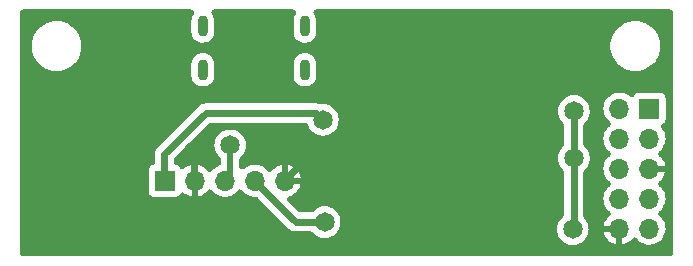
<source format=gbr>
%TF.GenerationSoftware,KiCad,Pcbnew,(6.0.0)*%
%TF.CreationDate,2022-09-27T13:06:44+08:00*%
%TF.ProjectId,rpiconnector,72706963-6f6e-46e6-9563-746f722e6b69,rev?*%
%TF.SameCoordinates,Original*%
%TF.FileFunction,Copper,L2,Bot*%
%TF.FilePolarity,Positive*%
%FSLAX46Y46*%
G04 Gerber Fmt 4.6, Leading zero omitted, Abs format (unit mm)*
G04 Created by KiCad (PCBNEW (6.0.0)) date 2022-09-27 13:06:44*
%MOMM*%
%LPD*%
G01*
G04 APERTURE LIST*
%TA.AperFunction,WasherPad*%
%ADD10O,0.900000X1.800000*%
%TD*%
%TA.AperFunction,ComponentPad*%
%ADD11R,1.700000X1.700000*%
%TD*%
%TA.AperFunction,ComponentPad*%
%ADD12O,1.700000X1.700000*%
%TD*%
%TA.AperFunction,ViaPad*%
%ADD13C,1.650000*%
%TD*%
%TA.AperFunction,Conductor*%
%ADD14C,0.600000*%
%TD*%
%TA.AperFunction,Conductor*%
%ADD15C,0.500000*%
%TD*%
G04 APERTURE END LIST*
D10*
%TO.P,U1,*%
%TO.N,*%
X132680000Y-54420000D03*
X141320000Y-54420000D03*
X141320000Y-58120000D03*
X132680000Y-58120000D03*
%TD*%
D11*
%TO.P,J1,1,Pin_1*%
%TO.N,SDA_5v*%
X129460000Y-67500000D03*
D12*
%TO.P,J1,2,Pin_2*%
%TO.N,GND*%
X132000000Y-67500000D03*
%TO.P,J1,3,Pin_3*%
%TO.N,5v*%
X134540000Y-67500000D03*
%TO.P,J1,4,Pin_4*%
%TO.N,SCL_5V*%
X137080000Y-67500000D03*
%TO.P,J1,5,Pin_5*%
%TO.N,GND*%
X139620000Y-67500000D03*
%TD*%
D11*
%TO.P,J2,1,Pin_1*%
%TO.N,5v*%
X170500000Y-61400000D03*
D12*
%TO.P,J2,2,Pin_2*%
%TO.N,3v3*%
X167960000Y-61400000D03*
%TO.P,J2,3,Pin_3*%
%TO.N,5v*%
X170500000Y-63940000D03*
%TO.P,J2,4,Pin_4*%
%TO.N,SDA*%
X167960000Y-63940000D03*
%TO.P,J2,5,Pin_5*%
%TO.N,GND*%
X170500000Y-66480000D03*
%TO.P,J2,6,Pin_6*%
%TO.N,SCL*%
X167960000Y-66480000D03*
%TO.P,J2,7,Pin_7*%
%TO.N,GPIO14*%
X170500000Y-69020000D03*
%TO.P,J2,8,Pin_8*%
%TO.N,GPIO04*%
X167960000Y-69020000D03*
%TO.P,J2,9,Pin_9*%
%TO.N,GPIO15*%
X170500000Y-71560000D03*
%TO.P,J2,10,Pin_10*%
%TO.N,GND*%
X167960000Y-71560000D03*
%TD*%
D13*
%TO.N,SDA_5v*%
X142850000Y-62350000D03*
%TO.N,GND*%
X152400000Y-72800000D03*
X149200000Y-61600000D03*
X149400000Y-66500000D03*
X131965000Y-65035000D03*
%TO.N,5v*%
X135000000Y-64500000D03*
%TO.N,SCL_5V*%
X143000000Y-71000000D03*
%TO.N,3v3*%
X164100000Y-61600000D03*
X164000000Y-71600000D03*
X164100000Y-65584500D03*
%TD*%
D14*
%TO.N,SDA_5v*%
X142850000Y-62350000D02*
X142275969Y-61775969D01*
X129425000Y-65275000D02*
X129425000Y-67500000D01*
X132924031Y-61775969D02*
X129425000Y-65275000D01*
X142275969Y-61775969D02*
X132924031Y-61775969D01*
%TO.N,GND*%
X141542500Y-65542500D02*
X138875489Y-62875489D01*
X134124511Y-62875489D02*
X131965000Y-65035000D01*
X152400000Y-72800000D02*
X144912250Y-65312250D01*
X131965000Y-65035000D02*
X131965000Y-67500000D01*
X144912250Y-65312250D02*
X141772750Y-65312250D01*
X141542500Y-65542500D02*
X139585000Y-67500000D01*
X141772750Y-65312250D02*
X141542500Y-65542500D01*
X138875489Y-62875489D02*
X134124511Y-62875489D01*
D15*
%TO.N,5v*%
X135000000Y-64500000D02*
X135000000Y-67005000D01*
X135000000Y-67005000D02*
X134505000Y-67500000D01*
D14*
%TO.N,SCL_5V*%
X140545000Y-71000000D02*
X137045000Y-67500000D01*
X143000000Y-71000000D02*
X140545000Y-71000000D01*
%TO.N,3v3*%
X164100000Y-66100000D02*
X164100000Y-65584500D01*
X164100000Y-66100000D02*
X164100000Y-71500000D01*
X164100000Y-71500000D02*
X164000000Y-71600000D01*
X164100000Y-61600000D02*
X164100000Y-66100000D01*
%TD*%
%TA.AperFunction,Conductor*%
%TO.N,GND*%
G36*
X172338288Y-53026954D02*
G01*
X172419070Y-53080930D01*
X172473046Y-53161712D01*
X172492000Y-53257000D01*
X172492000Y-73643000D01*
X172473046Y-73738288D01*
X172419070Y-73819070D01*
X172338288Y-73873046D01*
X172243000Y-73892000D01*
X117457000Y-73892000D01*
X117361712Y-73873046D01*
X117280930Y-73819070D01*
X117226954Y-73738288D01*
X117208000Y-73643000D01*
X117208000Y-68398134D01*
X128101500Y-68398134D01*
X128102226Y-68404822D01*
X128102227Y-68404831D01*
X128106569Y-68444799D01*
X128108255Y-68460316D01*
X128159385Y-68596705D01*
X128246739Y-68713261D01*
X128363295Y-68800615D01*
X128499684Y-68851745D01*
X128515198Y-68853430D01*
X128515201Y-68853431D01*
X128555169Y-68857773D01*
X128555178Y-68857774D01*
X128561866Y-68858500D01*
X130358134Y-68858500D01*
X130364822Y-68857774D01*
X130364831Y-68857773D01*
X130404799Y-68853431D01*
X130404802Y-68853430D01*
X130420316Y-68851745D01*
X130556705Y-68800615D01*
X130673261Y-68713261D01*
X130760615Y-68596705D01*
X130761604Y-68597446D01*
X130811689Y-68537653D01*
X130897828Y-68492718D01*
X130994606Y-68484168D01*
X131087289Y-68513303D01*
X131126763Y-68540130D01*
X131210556Y-68609696D01*
X131227241Y-68621379D01*
X131402394Y-68723730D01*
X131420762Y-68732531D01*
X131610279Y-68804900D01*
X131629853Y-68810587D01*
X131721965Y-68829327D01*
X131742824Y-68829418D01*
X131745982Y-68821886D01*
X131746000Y-68821712D01*
X131746000Y-68812105D01*
X132254000Y-68812105D01*
X132258069Y-68832563D01*
X132268919Y-68834721D01*
X132273176Y-68834175D01*
X132293099Y-68829941D01*
X132487412Y-68771644D01*
X132506379Y-68764211D01*
X132688567Y-68674957D01*
X132706053Y-68664533D01*
X132871212Y-68546727D01*
X132886776Y-68533575D01*
X133030477Y-68390374D01*
X133043676Y-68374865D01*
X133066790Y-68342698D01*
X133137786Y-68276376D01*
X133228759Y-68242271D01*
X133325857Y-68245576D01*
X133414300Y-68285788D01*
X133457206Y-68324966D01*
X133586250Y-68473938D01*
X133758126Y-68616632D01*
X133951000Y-68729338D01*
X133960543Y-68732982D01*
X133960549Y-68732985D01*
X134150143Y-68805384D01*
X134150148Y-68805385D01*
X134159692Y-68809030D01*
X134222026Y-68821712D01*
X134368584Y-68851530D01*
X134368586Y-68851530D01*
X134378597Y-68853567D01*
X134476591Y-68857160D01*
X134591625Y-68861379D01*
X134591631Y-68861379D01*
X134601837Y-68861753D01*
X134611967Y-68860455D01*
X134611973Y-68860455D01*
X134712626Y-68847561D01*
X134823416Y-68833368D01*
X134833200Y-68830433D01*
X134833203Y-68830432D01*
X135027595Y-68772111D01*
X135027596Y-68772110D01*
X135037384Y-68769174D01*
X135046559Y-68764679D01*
X135046562Y-68764678D01*
X135129226Y-68724181D01*
X135237994Y-68670896D01*
X135301563Y-68625553D01*
X135411543Y-68547106D01*
X135411547Y-68547102D01*
X135419860Y-68541173D01*
X135563400Y-68398134D01*
X135570862Y-68390698D01*
X135570863Y-68390696D01*
X135578096Y-68383489D01*
X135607129Y-68343085D01*
X135678123Y-68276765D01*
X135769096Y-68242660D01*
X135866194Y-68245965D01*
X135954637Y-68286177D01*
X135997543Y-68325355D01*
X136126250Y-68473938D01*
X136298126Y-68616632D01*
X136491000Y-68729338D01*
X136500543Y-68732982D01*
X136500549Y-68732985D01*
X136690143Y-68805384D01*
X136690148Y-68805385D01*
X136699692Y-68809030D01*
X136762026Y-68821712D01*
X136908584Y-68851530D01*
X136908586Y-68851530D01*
X136918597Y-68853567D01*
X137053125Y-68858500D01*
X137131633Y-68861379D01*
X137131635Y-68861379D01*
X137141837Y-68861753D01*
X137148866Y-68860853D01*
X137243617Y-68875265D01*
X137326764Y-68925520D01*
X137334936Y-68933328D01*
X139966380Y-71564772D01*
X139968214Y-71566626D01*
X140030771Y-71630507D01*
X140042467Y-71638045D01*
X140042470Y-71638047D01*
X140061976Y-71650618D01*
X140082433Y-71665318D01*
X140111443Y-71688476D01*
X140123976Y-71694535D01*
X140123978Y-71694536D01*
X140134868Y-71699800D01*
X140161372Y-71714673D01*
X140183238Y-71728765D01*
X140218124Y-71741462D01*
X140241318Y-71751260D01*
X140274748Y-71767421D01*
X140288313Y-71770553D01*
X140288319Y-71770555D01*
X140300100Y-71773275D01*
X140329242Y-71781907D01*
X140340606Y-71786043D01*
X140340608Y-71786044D01*
X140353685Y-71790803D01*
X140367491Y-71792547D01*
X140390510Y-71795455D01*
X140415317Y-71799874D01*
X140429803Y-71803218D01*
X140451485Y-71808224D01*
X140465405Y-71808273D01*
X140465408Y-71808273D01*
X140483389Y-71808335D01*
X140492499Y-71808367D01*
X140492795Y-71808377D01*
X140493769Y-71808500D01*
X140530276Y-71808500D01*
X140531145Y-71808502D01*
X140632870Y-71808857D01*
X140634211Y-71808557D01*
X140635269Y-71808500D01*
X141819506Y-71808500D01*
X141914794Y-71827454D01*
X141995576Y-71881430D01*
X142139568Y-72025422D01*
X142330703Y-72159256D01*
X142340552Y-72163849D01*
X142340556Y-72163851D01*
X142436439Y-72208562D01*
X142542174Y-72257867D01*
X142767556Y-72318258D01*
X142778384Y-72319205D01*
X142778388Y-72319206D01*
X142989164Y-72337646D01*
X143000000Y-72338594D01*
X143010836Y-72337646D01*
X143221612Y-72319206D01*
X143221616Y-72319205D01*
X143232444Y-72318258D01*
X143457826Y-72257867D01*
X143563562Y-72208561D01*
X143659444Y-72163851D01*
X143659448Y-72163849D01*
X143669297Y-72159256D01*
X143860432Y-72025422D01*
X144025422Y-71860432D01*
X144159256Y-71669297D01*
X144164783Y-71657446D01*
X144191570Y-71600000D01*
X162661406Y-71600000D01*
X162662354Y-71610836D01*
X162679636Y-71808368D01*
X162681742Y-71832444D01*
X162742133Y-72057826D01*
X162786523Y-72153021D01*
X162833106Y-72252917D01*
X162840744Y-72269297D01*
X162974578Y-72460432D01*
X163139568Y-72625422D01*
X163330703Y-72759256D01*
X163340552Y-72763849D01*
X163340556Y-72763851D01*
X163436438Y-72808561D01*
X163542174Y-72857867D01*
X163767556Y-72918258D01*
X163778384Y-72919205D01*
X163778388Y-72919206D01*
X163989164Y-72937646D01*
X164000000Y-72938594D01*
X164010836Y-72937646D01*
X164221612Y-72919206D01*
X164221616Y-72919205D01*
X164232444Y-72918258D01*
X164457826Y-72857867D01*
X164563562Y-72808561D01*
X164659444Y-72763851D01*
X164659448Y-72763849D01*
X164669297Y-72759256D01*
X164860432Y-72625422D01*
X165025422Y-72460432D01*
X165159256Y-72269297D01*
X165166895Y-72252917D01*
X165213477Y-72153021D01*
X165257867Y-72057826D01*
X165318258Y-71832444D01*
X165318929Y-71824774D01*
X166627846Y-71824774D01*
X166628146Y-71827471D01*
X166657456Y-71957529D01*
X166663542Y-71976949D01*
X166739867Y-72164917D01*
X166749057Y-72183110D01*
X166855053Y-72356079D01*
X166867081Y-72372513D01*
X166999909Y-72525853D01*
X167014468Y-72540110D01*
X167170549Y-72669691D01*
X167187241Y-72681379D01*
X167362394Y-72783730D01*
X167380762Y-72792531D01*
X167570279Y-72864900D01*
X167589853Y-72870587D01*
X167681965Y-72889327D01*
X167702824Y-72889418D01*
X167705982Y-72881886D01*
X167706000Y-72881712D01*
X167706000Y-71838527D01*
X167701931Y-71818069D01*
X167681473Y-71814000D01*
X166649637Y-71814000D01*
X166629179Y-71818069D01*
X166627846Y-71824774D01*
X165318929Y-71824774D01*
X165320365Y-71808368D01*
X165337646Y-71610836D01*
X165338594Y-71600000D01*
X165335512Y-71564772D01*
X165319206Y-71378388D01*
X165319205Y-71378384D01*
X165318258Y-71367556D01*
X165257867Y-71142174D01*
X165159256Y-70930703D01*
X165025422Y-70739568D01*
X164981430Y-70695576D01*
X164927454Y-70614794D01*
X164908500Y-70519506D01*
X164908500Y-68986695D01*
X166597251Y-68986695D01*
X166610110Y-69209715D01*
X166659222Y-69427639D01*
X166743266Y-69634616D01*
X166748601Y-69643322D01*
X166748602Y-69643324D01*
X166854652Y-69816383D01*
X166854656Y-69816388D01*
X166859987Y-69825088D01*
X166934145Y-69910698D01*
X166996138Y-69982264D01*
X167006250Y-69993938D01*
X167094378Y-70067103D01*
X167132980Y-70099151D01*
X167194188Y-70174601D01*
X167221862Y-70267731D01*
X167211791Y-70364363D01*
X167165508Y-70449785D01*
X167123433Y-70489853D01*
X167063471Y-70534874D01*
X167048235Y-70548401D01*
X166908080Y-70695065D01*
X166895257Y-70710901D01*
X166780937Y-70878487D01*
X166770877Y-70896196D01*
X166685463Y-71080205D01*
X166678428Y-71099327D01*
X166624911Y-71292301D01*
X166625818Y-71302388D01*
X166637374Y-71306000D01*
X167965000Y-71306000D01*
X168060288Y-71324954D01*
X168141070Y-71378930D01*
X168195046Y-71459712D01*
X168214000Y-71555000D01*
X168214000Y-72872105D01*
X168218069Y-72892563D01*
X168228919Y-72894721D01*
X168233176Y-72894175D01*
X168253099Y-72889941D01*
X168447412Y-72831644D01*
X168466379Y-72824211D01*
X168648567Y-72734957D01*
X168666053Y-72724533D01*
X168831212Y-72606727D01*
X168846776Y-72593575D01*
X168990477Y-72450374D01*
X169003676Y-72434865D01*
X169026790Y-72402698D01*
X169097786Y-72336376D01*
X169188759Y-72302271D01*
X169285857Y-72305576D01*
X169374300Y-72345788D01*
X169417207Y-72384967D01*
X169539247Y-72525853D01*
X169546250Y-72533938D01*
X169718126Y-72676632D01*
X169911000Y-72789338D01*
X169920543Y-72792982D01*
X169920549Y-72792985D01*
X170110143Y-72865384D01*
X170110148Y-72865385D01*
X170119692Y-72869030D01*
X170182026Y-72881712D01*
X170328584Y-72911530D01*
X170328586Y-72911530D01*
X170338597Y-72913567D01*
X170436591Y-72917160D01*
X170551625Y-72921379D01*
X170551631Y-72921379D01*
X170561837Y-72921753D01*
X170571967Y-72920455D01*
X170571973Y-72920455D01*
X170672626Y-72907561D01*
X170783416Y-72893368D01*
X170793200Y-72890433D01*
X170793203Y-72890432D01*
X170987595Y-72832111D01*
X170987596Y-72832110D01*
X170997384Y-72829174D01*
X171006559Y-72824679D01*
X171006562Y-72824678D01*
X171090147Y-72783730D01*
X171197994Y-72730896D01*
X171261563Y-72685553D01*
X171371543Y-72607106D01*
X171371547Y-72607102D01*
X171379860Y-72601173D01*
X171538096Y-72443489D01*
X171544053Y-72435199D01*
X171544058Y-72435193D01*
X171662491Y-72270374D01*
X171668453Y-72262077D01*
X171767430Y-72061811D01*
X171832370Y-71848069D01*
X171861529Y-71626590D01*
X171862444Y-71589164D01*
X171862994Y-71566626D01*
X171863156Y-71560000D01*
X171844852Y-71337361D01*
X171836616Y-71304570D01*
X171815778Y-71221612D01*
X171790431Y-71120702D01*
X171701354Y-70915840D01*
X171580014Y-70728277D01*
X171573143Y-70720726D01*
X171573140Y-70720722D01*
X171476752Y-70614794D01*
X171429670Y-70563051D01*
X171393520Y-70534501D01*
X171332384Y-70486218D01*
X171269352Y-70412286D01*
X171239410Y-70319860D01*
X171247118Y-70223011D01*
X171291302Y-70136484D01*
X171342114Y-70088097D01*
X171379860Y-70061173D01*
X171538096Y-69903489D01*
X171544056Y-69895195D01*
X171544058Y-69895193D01*
X171662491Y-69730374D01*
X171668453Y-69722077D01*
X171767430Y-69521811D01*
X171771724Y-69507680D01*
X171799071Y-69417669D01*
X171832370Y-69308069D01*
X171861529Y-69086590D01*
X171862674Y-69039749D01*
X171862994Y-69026627D01*
X171863156Y-69020000D01*
X171855389Y-68925520D01*
X171845689Y-68807542D01*
X171844852Y-68797361D01*
X171836616Y-68764570D01*
X171826357Y-68723730D01*
X171790431Y-68580702D01*
X171701354Y-68375840D01*
X171580014Y-68188277D01*
X171573143Y-68180726D01*
X171573140Y-68180722D01*
X171436545Y-68030607D01*
X171429670Y-68023051D01*
X171331975Y-67945896D01*
X171268943Y-67871965D01*
X171239002Y-67779539D01*
X171246709Y-67682690D01*
X171290892Y-67596163D01*
X171341707Y-67547773D01*
X171371212Y-67526728D01*
X171386776Y-67513575D01*
X171530477Y-67370374D01*
X171543674Y-67354867D01*
X171662064Y-67190110D01*
X171672547Y-67172664D01*
X171762438Y-66990784D01*
X171769933Y-66971854D01*
X171828912Y-66777732D01*
X171833141Y-66758172D01*
X171831786Y-66737503D01*
X171821466Y-66734000D01*
X170495000Y-66734000D01*
X170399712Y-66715046D01*
X170318930Y-66661070D01*
X170264954Y-66580288D01*
X170246000Y-66485000D01*
X170246000Y-66475000D01*
X170264954Y-66379712D01*
X170318930Y-66298930D01*
X170399712Y-66244954D01*
X170495000Y-66226000D01*
X171811932Y-66226000D01*
X171832390Y-66221931D01*
X171833419Y-66216755D01*
X171832723Y-66211127D01*
X171792444Y-66050773D01*
X171785880Y-66031492D01*
X171704986Y-65845446D01*
X171695364Y-65827502D01*
X171585168Y-65657164D01*
X171572737Y-65641022D01*
X171436209Y-65490980D01*
X171421303Y-65477080D01*
X171331961Y-65406522D01*
X171268928Y-65332590D01*
X171238987Y-65240164D01*
X171246694Y-65143315D01*
X171290877Y-65056788D01*
X171341689Y-65008400D01*
X171379860Y-64981173D01*
X171538096Y-64823489D01*
X171544056Y-64815195D01*
X171544058Y-64815193D01*
X171662491Y-64650374D01*
X171668453Y-64642077D01*
X171767430Y-64441811D01*
X171771724Y-64427680D01*
X171823562Y-64257059D01*
X171832370Y-64228069D01*
X171861529Y-64006590D01*
X171863156Y-63940000D01*
X171844852Y-63717361D01*
X171836616Y-63684570D01*
X171816195Y-63603272D01*
X171790431Y-63500702D01*
X171701354Y-63295840D01*
X171580014Y-63108277D01*
X171573143Y-63100726D01*
X171573140Y-63100722D01*
X171549182Y-63074393D01*
X171499071Y-62991158D01*
X171484626Y-62895083D01*
X171508048Y-62800794D01*
X171565770Y-62722645D01*
X171596597Y-62700656D01*
X171596705Y-62700615D01*
X171602012Y-62696638D01*
X171670879Y-62645025D01*
X171713261Y-62613261D01*
X171785681Y-62516632D01*
X171789978Y-62510898D01*
X171800615Y-62496705D01*
X171851745Y-62360316D01*
X171854043Y-62339164D01*
X171857773Y-62304831D01*
X171857774Y-62304822D01*
X171858500Y-62298134D01*
X171858500Y-60501866D01*
X171857774Y-60495178D01*
X171857773Y-60495169D01*
X171853431Y-60455201D01*
X171853430Y-60455198D01*
X171851745Y-60439684D01*
X171800615Y-60303295D01*
X171713261Y-60186739D01*
X171596705Y-60099385D01*
X171460316Y-60048255D01*
X171444802Y-60046570D01*
X171444799Y-60046569D01*
X171404831Y-60042227D01*
X171404822Y-60042226D01*
X171398134Y-60041500D01*
X169601866Y-60041500D01*
X169595178Y-60042226D01*
X169595169Y-60042227D01*
X169555201Y-60046569D01*
X169555198Y-60046570D01*
X169539684Y-60048255D01*
X169403295Y-60099385D01*
X169286739Y-60186739D01*
X169199385Y-60303295D01*
X169198212Y-60302416D01*
X169148876Y-60361314D01*
X169062737Y-60406248D01*
X168965959Y-60414798D01*
X168873275Y-60385662D01*
X168838539Y-60362670D01*
X168714359Y-60264598D01*
X168599035Y-60200936D01*
X168527735Y-60161576D01*
X168527731Y-60161574D01*
X168518789Y-60156638D01*
X168509163Y-60153229D01*
X168509158Y-60153227D01*
X168317842Y-60085479D01*
X168317840Y-60085479D01*
X168308212Y-60082069D01*
X168088284Y-60042894D01*
X168078063Y-60042769D01*
X168078062Y-60042769D01*
X167949359Y-60041197D01*
X167864911Y-60040165D01*
X167644091Y-60073955D01*
X167634377Y-60077130D01*
X167634373Y-60077131D01*
X167533744Y-60110022D01*
X167431756Y-60143357D01*
X167233607Y-60246507D01*
X167054965Y-60380635D01*
X166900629Y-60542138D01*
X166774743Y-60726680D01*
X166680688Y-60929305D01*
X166677959Y-60939144D01*
X166677959Y-60939145D01*
X166632169Y-61104258D01*
X166620989Y-61144570D01*
X166619903Y-61154732D01*
X166598337Y-61356528D01*
X166598337Y-61356534D01*
X166597251Y-61366695D01*
X166610110Y-61589715D01*
X166659222Y-61807639D01*
X166743266Y-62014616D01*
X166748601Y-62023322D01*
X166748602Y-62023324D01*
X166854652Y-62196383D01*
X166854656Y-62196388D01*
X166859987Y-62205088D01*
X166960476Y-62321095D01*
X166994901Y-62360836D01*
X167006250Y-62373938D01*
X167014111Y-62380464D01*
X167132585Y-62478823D01*
X167193792Y-62554273D01*
X167221467Y-62647403D01*
X167211396Y-62744035D01*
X167165113Y-62829457D01*
X167123036Y-62869526D01*
X167054965Y-62920635D01*
X166900629Y-63082138D01*
X166894867Y-63090585D01*
X166791488Y-63242133D01*
X166774743Y-63266680D01*
X166680688Y-63469305D01*
X166677959Y-63479144D01*
X166677959Y-63479145D01*
X166625513Y-63668258D01*
X166620989Y-63684570D01*
X166619903Y-63694732D01*
X166598337Y-63896528D01*
X166598337Y-63896534D01*
X166597251Y-63906695D01*
X166610110Y-64129715D01*
X166659222Y-64347639D01*
X166743266Y-64554616D01*
X166748601Y-64563322D01*
X166748602Y-64563324D01*
X166854652Y-64736383D01*
X166854656Y-64736388D01*
X166859987Y-64745088D01*
X167006250Y-64913938D01*
X167094378Y-64987103D01*
X167132585Y-65018823D01*
X167193792Y-65094273D01*
X167221467Y-65187403D01*
X167211396Y-65284035D01*
X167165113Y-65369457D01*
X167123036Y-65409526D01*
X167054965Y-65460635D01*
X167047908Y-65468020D01*
X166912332Y-65609892D01*
X166900629Y-65622138D01*
X166774743Y-65806680D01*
X166680688Y-66009305D01*
X166677959Y-66019144D01*
X166677959Y-66019145D01*
X166625024Y-66210022D01*
X166620989Y-66224570D01*
X166619903Y-66234732D01*
X166598337Y-66436528D01*
X166598337Y-66436534D01*
X166597251Y-66446695D01*
X166610110Y-66669715D01*
X166629044Y-66753732D01*
X166654221Y-66865446D01*
X166659222Y-66887639D01*
X166743266Y-67094616D01*
X166748601Y-67103322D01*
X166748602Y-67103324D01*
X166854652Y-67276383D01*
X166854656Y-67276388D01*
X166859987Y-67285088D01*
X166933864Y-67370374D01*
X166999247Y-67445853D01*
X167006250Y-67453938D01*
X167078552Y-67513964D01*
X167132585Y-67558823D01*
X167193792Y-67634273D01*
X167221467Y-67727403D01*
X167211396Y-67824035D01*
X167165113Y-67909457D01*
X167123036Y-67949526D01*
X167054965Y-68000635D01*
X166900629Y-68162138D01*
X166867905Y-68210110D01*
X166789555Y-68324967D01*
X166774743Y-68346680D01*
X166680688Y-68549305D01*
X166677959Y-68559144D01*
X166677959Y-68559145D01*
X166632268Y-68723901D01*
X166620989Y-68764570D01*
X166619903Y-68774732D01*
X166598337Y-68976528D01*
X166598337Y-68976534D01*
X166597251Y-68986695D01*
X164908500Y-68986695D01*
X164908500Y-66764994D01*
X164927454Y-66669706D01*
X164981430Y-66588924D01*
X165125422Y-66444932D01*
X165259256Y-66253797D01*
X165264125Y-66243357D01*
X165325905Y-66110868D01*
X165357867Y-66042326D01*
X165418258Y-65816944D01*
X165425622Y-65732779D01*
X165437646Y-65595336D01*
X165438594Y-65584500D01*
X165430380Y-65490607D01*
X165419206Y-65362888D01*
X165419205Y-65362884D01*
X165418258Y-65352056D01*
X165357867Y-65126674D01*
X165292783Y-64987101D01*
X165263851Y-64925056D01*
X165263849Y-64925052D01*
X165259256Y-64915203D01*
X165125422Y-64724068D01*
X164981430Y-64580076D01*
X164927454Y-64499294D01*
X164908500Y-64404006D01*
X164908500Y-62780494D01*
X164927454Y-62685206D01*
X164981430Y-62604424D01*
X165125422Y-62460432D01*
X165259256Y-62269297D01*
X165357867Y-62057826D01*
X165418258Y-61832444D01*
X165421301Y-61797669D01*
X165437646Y-61610836D01*
X165438594Y-61600000D01*
X165418258Y-61367556D01*
X165357867Y-61142174D01*
X165303632Y-61025867D01*
X165263851Y-60940556D01*
X165263849Y-60940552D01*
X165259256Y-60930703D01*
X165125422Y-60739568D01*
X164960432Y-60574578D01*
X164769297Y-60440744D01*
X164759448Y-60436151D01*
X164759444Y-60436149D01*
X164663562Y-60391439D01*
X164557826Y-60342133D01*
X164332444Y-60281742D01*
X164321616Y-60280795D01*
X164321612Y-60280794D01*
X164110836Y-60262354D01*
X164100000Y-60261406D01*
X164089164Y-60262354D01*
X163878388Y-60280794D01*
X163878384Y-60280795D01*
X163867556Y-60281742D01*
X163642174Y-60342133D01*
X163536438Y-60391439D01*
X163440556Y-60436149D01*
X163440552Y-60436151D01*
X163430703Y-60440744D01*
X163239568Y-60574578D01*
X163074578Y-60739568D01*
X162940744Y-60930703D01*
X162936151Y-60940552D01*
X162936149Y-60940556D01*
X162896368Y-61025867D01*
X162842133Y-61142174D01*
X162781742Y-61367556D01*
X162761406Y-61600000D01*
X162762354Y-61610836D01*
X162778700Y-61797669D01*
X162781742Y-61832444D01*
X162842133Y-62057826D01*
X162940744Y-62269297D01*
X163074578Y-62460432D01*
X163218570Y-62604424D01*
X163272546Y-62685206D01*
X163291500Y-62780494D01*
X163291500Y-64404006D01*
X163272546Y-64499294D01*
X163218570Y-64580076D01*
X163074578Y-64724068D01*
X162940744Y-64915203D01*
X162936151Y-64925052D01*
X162936149Y-64925056D01*
X162907217Y-64987101D01*
X162842133Y-65126674D01*
X162781742Y-65352056D01*
X162780795Y-65362884D01*
X162780794Y-65362888D01*
X162769620Y-65490607D01*
X162761406Y-65584500D01*
X162762354Y-65595336D01*
X162774379Y-65732779D01*
X162781742Y-65816944D01*
X162842133Y-66042326D01*
X162874095Y-66110868D01*
X162935876Y-66243357D01*
X162940744Y-66253797D01*
X163074578Y-66444932D01*
X163218570Y-66588924D01*
X163272546Y-66669706D01*
X163291500Y-66764994D01*
X163291500Y-70338572D01*
X163272546Y-70433860D01*
X163218570Y-70514642D01*
X163185322Y-70542540D01*
X163156030Y-70563051D01*
X163139568Y-70574578D01*
X162974578Y-70739568D01*
X162840744Y-70930703D01*
X162742133Y-71142174D01*
X162681742Y-71367556D01*
X162680795Y-71378384D01*
X162680794Y-71378388D01*
X162664488Y-71564772D01*
X162661406Y-71600000D01*
X144191570Y-71600000D01*
X144253272Y-71467679D01*
X144257867Y-71457826D01*
X144318258Y-71232444D01*
X144327168Y-71130609D01*
X144337646Y-71010836D01*
X144338594Y-71000000D01*
X144332531Y-70930703D01*
X144319206Y-70778388D01*
X144319205Y-70778384D01*
X144318258Y-70767556D01*
X144257867Y-70542174D01*
X144159256Y-70330703D01*
X144025422Y-70139568D01*
X143860432Y-69974578D01*
X143669297Y-69840744D01*
X143659448Y-69836151D01*
X143659444Y-69836149D01*
X143563561Y-69791438D01*
X143457826Y-69742133D01*
X143232444Y-69681742D01*
X143221616Y-69680795D01*
X143221612Y-69680794D01*
X143010836Y-69662354D01*
X143000000Y-69661406D01*
X142989164Y-69662354D01*
X142778388Y-69680794D01*
X142778384Y-69680795D01*
X142767556Y-69681742D01*
X142542174Y-69742133D01*
X142436438Y-69791439D01*
X142340556Y-69836149D01*
X142340552Y-69836151D01*
X142330703Y-69840744D01*
X142139568Y-69974578D01*
X141995576Y-70118570D01*
X141914794Y-70172546D01*
X141819506Y-70191500D01*
X140983031Y-70191500D01*
X140887743Y-70172546D01*
X140806961Y-70118570D01*
X139904210Y-69215819D01*
X139850234Y-69135037D01*
X139831280Y-69039749D01*
X139850234Y-68944461D01*
X139904210Y-68863679D01*
X139984992Y-68809703D01*
X140008727Y-68801251D01*
X140107412Y-68771644D01*
X140126379Y-68764211D01*
X140308567Y-68674957D01*
X140326053Y-68664533D01*
X140491212Y-68546727D01*
X140506776Y-68533575D01*
X140650477Y-68390374D01*
X140663674Y-68374867D01*
X140782064Y-68210110D01*
X140792547Y-68192664D01*
X140882438Y-68010784D01*
X140889933Y-67991854D01*
X140948912Y-67797732D01*
X140953141Y-67778172D01*
X140951786Y-67757503D01*
X140941466Y-67754000D01*
X139615000Y-67754000D01*
X139519712Y-67735046D01*
X139438930Y-67681070D01*
X139384954Y-67600288D01*
X139366000Y-67505000D01*
X139366000Y-67221473D01*
X139874000Y-67221473D01*
X139878069Y-67241931D01*
X139898527Y-67246000D01*
X140931932Y-67246000D01*
X140952390Y-67241931D01*
X140953419Y-67236755D01*
X140952723Y-67231127D01*
X140912444Y-67070773D01*
X140905880Y-67051492D01*
X140824986Y-66865446D01*
X140815364Y-66847502D01*
X140705168Y-66677164D01*
X140692737Y-66661022D01*
X140556209Y-66510980D01*
X140541305Y-66497082D01*
X140382098Y-66371349D01*
X140365141Y-66360082D01*
X140187526Y-66262033D01*
X140168952Y-66253685D01*
X139977719Y-66185966D01*
X139958018Y-66180761D01*
X139898147Y-66170096D01*
X139877291Y-66170515D01*
X139874000Y-66178935D01*
X139874000Y-67221473D01*
X139366000Y-67221473D01*
X139366000Y-66189514D01*
X139361931Y-66169056D01*
X139352138Y-66167108D01*
X139314301Y-66172898D01*
X139294503Y-66177615D01*
X139101657Y-66240646D01*
X139082892Y-66248534D01*
X138902937Y-66342213D01*
X138885700Y-66353068D01*
X138723476Y-66474870D01*
X138708235Y-66488401D01*
X138568080Y-66635065D01*
X138548833Y-66658834D01*
X138547638Y-66657867D01*
X138486945Y-66717402D01*
X138396831Y-66753715D01*
X138299681Y-66752779D01*
X138210284Y-66714736D01*
X138160552Y-66667787D01*
X138160014Y-66668277D01*
X138009670Y-66503051D01*
X138001657Y-66496722D01*
X138001653Y-66496719D01*
X137904387Y-66419903D01*
X137834359Y-66364598D01*
X137715401Y-66298930D01*
X137647735Y-66261576D01*
X137647731Y-66261574D01*
X137638789Y-66256638D01*
X137629163Y-66253229D01*
X137629158Y-66253227D01*
X137437842Y-66185479D01*
X137437840Y-66185479D01*
X137428212Y-66182069D01*
X137208284Y-66142894D01*
X137198063Y-66142769D01*
X137198062Y-66142769D01*
X137069358Y-66141197D01*
X136984911Y-66140165D01*
X136764091Y-66173955D01*
X136754377Y-66177130D01*
X136754373Y-66177131D01*
X136578144Y-66234732D01*
X136551756Y-66243357D01*
X136353607Y-66346507D01*
X136174965Y-66480635D01*
X136171127Y-66484651D01*
X136088973Y-66532753D01*
X135992729Y-66546020D01*
X135898733Y-66521447D01*
X135821296Y-66462774D01*
X135772206Y-66378932D01*
X135758500Y-66297459D01*
X135758500Y-65725827D01*
X135777454Y-65630539D01*
X135831430Y-65549757D01*
X135847448Y-65535080D01*
X135851528Y-65531657D01*
X135860432Y-65525422D01*
X136025422Y-65360432D01*
X136159256Y-65169297D01*
X136171514Y-65143011D01*
X136224166Y-65030097D01*
X136257867Y-64957826D01*
X136318258Y-64732444D01*
X136319664Y-64716382D01*
X136337646Y-64510836D01*
X136338594Y-64500000D01*
X136337646Y-64489164D01*
X136319206Y-64278388D01*
X136319205Y-64278384D01*
X136318258Y-64267556D01*
X136257867Y-64042174D01*
X136207141Y-63933393D01*
X136163851Y-63840556D01*
X136163849Y-63840552D01*
X136159256Y-63830703D01*
X136025422Y-63639568D01*
X135860432Y-63474578D01*
X135669297Y-63340744D01*
X135659448Y-63336151D01*
X135659444Y-63336149D01*
X135554605Y-63287262D01*
X135457826Y-63242133D01*
X135232444Y-63181742D01*
X135221616Y-63180795D01*
X135221612Y-63180794D01*
X135010836Y-63162354D01*
X135000000Y-63161406D01*
X134989164Y-63162354D01*
X134778388Y-63180794D01*
X134778384Y-63180795D01*
X134767556Y-63181742D01*
X134542174Y-63242133D01*
X134445395Y-63287262D01*
X134340556Y-63336149D01*
X134340552Y-63336151D01*
X134330703Y-63340744D01*
X134139568Y-63474578D01*
X133974578Y-63639568D01*
X133840744Y-63830703D01*
X133836151Y-63840552D01*
X133836149Y-63840556D01*
X133792859Y-63933393D01*
X133742133Y-64042174D01*
X133681742Y-64267556D01*
X133680795Y-64278384D01*
X133680794Y-64278388D01*
X133662354Y-64489164D01*
X133661406Y-64500000D01*
X133662354Y-64510836D01*
X133680337Y-64716382D01*
X133681742Y-64732444D01*
X133742133Y-64957826D01*
X133775834Y-65030097D01*
X133828487Y-65143011D01*
X133840744Y-65169297D01*
X133974578Y-65360432D01*
X134139568Y-65525422D01*
X134148472Y-65531657D01*
X134152552Y-65535080D01*
X134213364Y-65610849D01*
X134240552Y-65704122D01*
X134241500Y-65725827D01*
X134241500Y-65987688D01*
X134222546Y-66082976D01*
X134168570Y-66163758D01*
X134087788Y-66217734D01*
X134069858Y-66224366D01*
X134038144Y-66234732D01*
X134011756Y-66243357D01*
X133813607Y-66346507D01*
X133634965Y-66480635D01*
X133480629Y-66642138D01*
X133474867Y-66650584D01*
X133468443Y-66658518D01*
X133467310Y-66657600D01*
X133406337Y-66717414D01*
X133316226Y-66753732D01*
X133219075Y-66752801D01*
X133129676Y-66714763D01*
X133080198Y-66668055D01*
X133079617Y-66668583D01*
X132936209Y-66510980D01*
X132921305Y-66497082D01*
X132762098Y-66371349D01*
X132745141Y-66360082D01*
X132567526Y-66262033D01*
X132548952Y-66253685D01*
X132357719Y-66185966D01*
X132338018Y-66180761D01*
X132278147Y-66170096D01*
X132257291Y-66170515D01*
X132254000Y-66178935D01*
X132254000Y-68812105D01*
X131746000Y-68812105D01*
X131746000Y-66189514D01*
X131741931Y-66169056D01*
X131732138Y-66167108D01*
X131694301Y-66172898D01*
X131674503Y-66177615D01*
X131481657Y-66240646D01*
X131462892Y-66248534D01*
X131282937Y-66342213D01*
X131265700Y-66353068D01*
X131116107Y-66465386D01*
X131028526Y-66507442D01*
X130931518Y-66512781D01*
X130839851Y-66480590D01*
X130767481Y-66415770D01*
X130762247Y-66407649D01*
X130760615Y-66403295D01*
X130742941Y-66379712D01*
X130683901Y-66300936D01*
X130673261Y-66286739D01*
X130556705Y-66199385D01*
X130488871Y-66173955D01*
X130434938Y-66153736D01*
X130434934Y-66153735D01*
X130420316Y-66148255D01*
X130417475Y-66147946D01*
X130336582Y-66110868D01*
X130270477Y-66039669D01*
X130236651Y-65948593D01*
X130233500Y-65909103D01*
X130233500Y-65713032D01*
X130252454Y-65617744D01*
X130306430Y-65536962D01*
X133185993Y-62657399D01*
X133266775Y-62603423D01*
X133362063Y-62584469D01*
X141341220Y-62584469D01*
X141436508Y-62603423D01*
X141517290Y-62657399D01*
X141571266Y-62738181D01*
X141581736Y-62769024D01*
X141592133Y-62807826D01*
X141632822Y-62895083D01*
X141677623Y-62991158D01*
X141690744Y-63019297D01*
X141824578Y-63210432D01*
X141989568Y-63375422D01*
X142180703Y-63509256D01*
X142190552Y-63513849D01*
X142190556Y-63513851D01*
X142286439Y-63558562D01*
X142392174Y-63607867D01*
X142617556Y-63668258D01*
X142628384Y-63669205D01*
X142628388Y-63669206D01*
X142839164Y-63687646D01*
X142850000Y-63688594D01*
X142860836Y-63687646D01*
X143071612Y-63669206D01*
X143071616Y-63669205D01*
X143082444Y-63668258D01*
X143307826Y-63607867D01*
X143413561Y-63558562D01*
X143509444Y-63513851D01*
X143509448Y-63513849D01*
X143519297Y-63509256D01*
X143710432Y-63375422D01*
X143875422Y-63210432D01*
X144009256Y-63019297D01*
X144022378Y-62991158D01*
X144067178Y-62895083D01*
X144107867Y-62807826D01*
X144168258Y-62582444D01*
X144169269Y-62570896D01*
X144187646Y-62360836D01*
X144188594Y-62350000D01*
X144182775Y-62283489D01*
X144169206Y-62128388D01*
X144169205Y-62128384D01*
X144168258Y-62117556D01*
X144107867Y-61892174D01*
X144009256Y-61680703D01*
X143875422Y-61489568D01*
X143710432Y-61324578D01*
X143519297Y-61190744D01*
X143509448Y-61186151D01*
X143509444Y-61186149D01*
X143364747Y-61118676D01*
X143307826Y-61092133D01*
X143082444Y-61031742D01*
X143071616Y-61030795D01*
X143071612Y-61030794D01*
X142860836Y-61012354D01*
X142850000Y-61011406D01*
X142663061Y-61027761D01*
X142558690Y-61014576D01*
X142546220Y-61008548D01*
X142520871Y-61002696D01*
X142491732Y-60994064D01*
X142467284Y-60985166D01*
X142434464Y-60981020D01*
X142430459Y-60980514D01*
X142405652Y-60976095D01*
X142391166Y-60972751D01*
X142369484Y-60967745D01*
X142355564Y-60967696D01*
X142355561Y-60967696D01*
X142337580Y-60967634D01*
X142328470Y-60967602D01*
X142328174Y-60967592D01*
X142327200Y-60967469D01*
X142290693Y-60967469D01*
X142289824Y-60967467D01*
X142289690Y-60967467D01*
X142188099Y-60967112D01*
X142186758Y-60967412D01*
X142185700Y-60967469D01*
X132933865Y-60967469D01*
X132931257Y-60967455D01*
X132928786Y-60967429D01*
X132841810Y-60966518D01*
X132828206Y-60969459D01*
X132828199Y-60969460D01*
X132805524Y-60974363D01*
X132780659Y-60978435D01*
X132776217Y-60978933D01*
X132757609Y-60981020D01*
X132757606Y-60981021D01*
X132743776Y-60982572D01*
X132730629Y-60987150D01*
X132730630Y-60987150D01*
X132719205Y-60991128D01*
X132689946Y-60999352D01*
X132678136Y-61001906D01*
X132678134Y-61001907D01*
X132664521Y-61004850D01*
X132630876Y-61020539D01*
X132607550Y-61030011D01*
X132572479Y-61042224D01*
X132560673Y-61049601D01*
X132550420Y-61056008D01*
X132523712Y-61070510D01*
X132500129Y-61081507D01*
X132471345Y-61103834D01*
X132470799Y-61104258D01*
X132450130Y-61118676D01*
X132418655Y-61138343D01*
X132408780Y-61148149D01*
X132408779Y-61148150D01*
X132389552Y-61167243D01*
X132389334Y-61167447D01*
X132388561Y-61168047D01*
X132362756Y-61193852D01*
X132362140Y-61194465D01*
X132289949Y-61266154D01*
X132289213Y-61267314D01*
X132288506Y-61268102D01*
X128860228Y-64696380D01*
X128858374Y-64698214D01*
X128823420Y-64732444D01*
X128794493Y-64760771D01*
X128786955Y-64772467D01*
X128786953Y-64772470D01*
X128774382Y-64791976D01*
X128759682Y-64812433D01*
X128736524Y-64841443D01*
X128725201Y-64864867D01*
X128710329Y-64891369D01*
X128696235Y-64913238D01*
X128691473Y-64926321D01*
X128691471Y-64926325D01*
X128683535Y-64948128D01*
X128673737Y-64971323D01*
X128657579Y-65004749D01*
X128654448Y-65018312D01*
X128651727Y-65030097D01*
X128643095Y-65059237D01*
X128634197Y-65083685D01*
X128632452Y-65097499D01*
X128629545Y-65120510D01*
X128625126Y-65145317D01*
X128616776Y-65181485D01*
X128616727Y-65195405D01*
X128616727Y-65195408D01*
X128616633Y-65222492D01*
X128616623Y-65222795D01*
X128616500Y-65223769D01*
X128616500Y-65260276D01*
X128616498Y-65261145D01*
X128616143Y-65362870D01*
X128616443Y-65364211D01*
X128616500Y-65365269D01*
X128616500Y-65931887D01*
X128597546Y-66027175D01*
X128543570Y-66107957D01*
X128454905Y-66165042D01*
X128441423Y-66170096D01*
X128389626Y-66189514D01*
X128363295Y-66199385D01*
X128246739Y-66286739D01*
X128236099Y-66300936D01*
X128177060Y-66379712D01*
X128159385Y-66403295D01*
X128108255Y-66539684D01*
X128106570Y-66555198D01*
X128106569Y-66555201D01*
X128102227Y-66595169D01*
X128102226Y-66595178D01*
X128101500Y-66601866D01*
X128101500Y-68398134D01*
X117208000Y-68398134D01*
X117208000Y-58618663D01*
X131721500Y-58618663D01*
X131736235Y-58763727D01*
X131794465Y-58949541D01*
X131888870Y-59119850D01*
X132015591Y-59267698D01*
X132169453Y-59387046D01*
X132344171Y-59473018D01*
X132356371Y-59476196D01*
X132356374Y-59476197D01*
X132486948Y-59510209D01*
X132532607Y-59522102D01*
X132545201Y-59522762D01*
X132714464Y-59531633D01*
X132714467Y-59531633D01*
X132727064Y-59532293D01*
X132739541Y-59530406D01*
X132739542Y-59530406D01*
X132907124Y-59505062D01*
X132907127Y-59505061D01*
X132919599Y-59503175D01*
X133016699Y-59467449D01*
X133090508Y-59440293D01*
X133090512Y-59440291D01*
X133102346Y-59435937D01*
X133267840Y-59333326D01*
X133409322Y-59199534D01*
X133521011Y-59040025D01*
X133598345Y-58861316D01*
X133600925Y-58848967D01*
X133636209Y-58680072D01*
X133636210Y-58680066D01*
X133638165Y-58670707D01*
X133638500Y-58664315D01*
X133638500Y-58618663D01*
X140361500Y-58618663D01*
X140376235Y-58763727D01*
X140434465Y-58949541D01*
X140528870Y-59119850D01*
X140655591Y-59267698D01*
X140809453Y-59387046D01*
X140984171Y-59473018D01*
X140996371Y-59476196D01*
X140996374Y-59476197D01*
X141126948Y-59510209D01*
X141172607Y-59522102D01*
X141185201Y-59522762D01*
X141354464Y-59531633D01*
X141354467Y-59531633D01*
X141367064Y-59532293D01*
X141379541Y-59530406D01*
X141379542Y-59530406D01*
X141547124Y-59505062D01*
X141547127Y-59505061D01*
X141559599Y-59503175D01*
X141656699Y-59467449D01*
X141730508Y-59440293D01*
X141730512Y-59440291D01*
X141742346Y-59435937D01*
X141907840Y-59333326D01*
X142049322Y-59199534D01*
X142161011Y-59040025D01*
X142238345Y-58861316D01*
X142240925Y-58848967D01*
X142276209Y-58680072D01*
X142276210Y-58680066D01*
X142278165Y-58670707D01*
X142278500Y-58664315D01*
X142278500Y-57621337D01*
X142263765Y-57476273D01*
X142205535Y-57290459D01*
X142111130Y-57120150D01*
X141984409Y-56972302D01*
X141830547Y-56852954D01*
X141655829Y-56766982D01*
X141643629Y-56763804D01*
X141643626Y-56763803D01*
X141479597Y-56721077D01*
X141479598Y-56721077D01*
X141467393Y-56717898D01*
X141445368Y-56716744D01*
X141285536Y-56708367D01*
X141285533Y-56708367D01*
X141272936Y-56707707D01*
X141260459Y-56709594D01*
X141260458Y-56709594D01*
X141092876Y-56734938D01*
X141092873Y-56734939D01*
X141080401Y-56736825D01*
X141007077Y-56763803D01*
X140909492Y-56799707D01*
X140909488Y-56799709D01*
X140897654Y-56804063D01*
X140732160Y-56906674D01*
X140590678Y-57040466D01*
X140478989Y-57199975D01*
X140401655Y-57378684D01*
X140399076Y-57391031D01*
X140399075Y-57391033D01*
X140366547Y-57546740D01*
X140361835Y-57569293D01*
X140361500Y-57575685D01*
X140361500Y-58618663D01*
X133638500Y-58618663D01*
X133638500Y-57621337D01*
X133623765Y-57476273D01*
X133565535Y-57290459D01*
X133471130Y-57120150D01*
X133344409Y-56972302D01*
X133190547Y-56852954D01*
X133015829Y-56766982D01*
X133003629Y-56763804D01*
X133003626Y-56763803D01*
X132839597Y-56721077D01*
X132839598Y-56721077D01*
X132827393Y-56717898D01*
X132805368Y-56716744D01*
X132645536Y-56708367D01*
X132645533Y-56708367D01*
X132632936Y-56707707D01*
X132620459Y-56709594D01*
X132620458Y-56709594D01*
X132452876Y-56734938D01*
X132452873Y-56734939D01*
X132440401Y-56736825D01*
X132367077Y-56763803D01*
X132269492Y-56799707D01*
X132269488Y-56799709D01*
X132257654Y-56804063D01*
X132092160Y-56906674D01*
X131950678Y-57040466D01*
X131838989Y-57199975D01*
X131761655Y-57378684D01*
X131759076Y-57391031D01*
X131759075Y-57391033D01*
X131726547Y-57546740D01*
X131721835Y-57569293D01*
X131721500Y-57575685D01*
X131721500Y-58618663D01*
X117208000Y-58618663D01*
X117208000Y-56989333D01*
X117286272Y-56232703D01*
X118190743Y-56232703D01*
X118228268Y-56517734D01*
X118304129Y-56795036D01*
X118416923Y-57059476D01*
X118564561Y-57306161D01*
X118744313Y-57530528D01*
X118952851Y-57728423D01*
X119186317Y-57896186D01*
X119440392Y-58030712D01*
X119710373Y-58129511D01*
X119991264Y-58190755D01*
X119999719Y-58191420D01*
X119999723Y-58191421D01*
X120086864Y-58198279D01*
X120216739Y-58208500D01*
X120372271Y-58208500D01*
X120496661Y-58200020D01*
X120578366Y-58194450D01*
X120578371Y-58194449D01*
X120586825Y-58193873D01*
X120595119Y-58192155D01*
X120595122Y-58192155D01*
X120860046Y-58137292D01*
X120868342Y-58135574D01*
X121139343Y-58039607D01*
X121394812Y-57907750D01*
X121630023Y-57742441D01*
X121636222Y-57736680D01*
X121636230Y-57736674D01*
X121805960Y-57578950D01*
X121840622Y-57546740D01*
X121845991Y-57540180D01*
X121845996Y-57540175D01*
X122017339Y-57330834D01*
X122017340Y-57330832D01*
X122022713Y-57324268D01*
X122027142Y-57317041D01*
X122027146Y-57317035D01*
X122168495Y-57086375D01*
X122168497Y-57086370D01*
X122172927Y-57079142D01*
X122193711Y-57031796D01*
X122285077Y-56823657D01*
X122288483Y-56815898D01*
X122291855Y-56804063D01*
X122364924Y-56547549D01*
X122367244Y-56539406D01*
X122407751Y-56254784D01*
X122407867Y-56232703D01*
X167190743Y-56232703D01*
X167228268Y-56517734D01*
X167304129Y-56795036D01*
X167416923Y-57059476D01*
X167564561Y-57306161D01*
X167744313Y-57530528D01*
X167952851Y-57728423D01*
X168186317Y-57896186D01*
X168440392Y-58030712D01*
X168710373Y-58129511D01*
X168991264Y-58190755D01*
X168999719Y-58191420D01*
X168999723Y-58191421D01*
X169086864Y-58198279D01*
X169216739Y-58208500D01*
X169372271Y-58208500D01*
X169496661Y-58200020D01*
X169578366Y-58194450D01*
X169578371Y-58194449D01*
X169586825Y-58193873D01*
X169595119Y-58192155D01*
X169595122Y-58192155D01*
X169860046Y-58137292D01*
X169868342Y-58135574D01*
X170139343Y-58039607D01*
X170394812Y-57907750D01*
X170630023Y-57742441D01*
X170636222Y-57736680D01*
X170636230Y-57736674D01*
X170805960Y-57578950D01*
X170840622Y-57546740D01*
X170845991Y-57540180D01*
X170845996Y-57540175D01*
X171017339Y-57330834D01*
X171017340Y-57330832D01*
X171022713Y-57324268D01*
X171027142Y-57317041D01*
X171027146Y-57317035D01*
X171168495Y-57086375D01*
X171168497Y-57086370D01*
X171172927Y-57079142D01*
X171193711Y-57031796D01*
X171285077Y-56823657D01*
X171288483Y-56815898D01*
X171291855Y-56804063D01*
X171364924Y-56547549D01*
X171367244Y-56539406D01*
X171407751Y-56254784D01*
X171409257Y-55967297D01*
X171371732Y-55682266D01*
X171318914Y-55489196D01*
X171298107Y-55413137D01*
X171298106Y-55413135D01*
X171295871Y-55404964D01*
X171183077Y-55140524D01*
X171035439Y-54893839D01*
X170855687Y-54669472D01*
X170647149Y-54471577D01*
X170413683Y-54303814D01*
X170159608Y-54169288D01*
X169889627Y-54070489D01*
X169608736Y-54009245D01*
X169600281Y-54008580D01*
X169600277Y-54008579D01*
X169513136Y-54001721D01*
X169383261Y-53991500D01*
X169227729Y-53991500D01*
X169103339Y-53999980D01*
X169021634Y-54005550D01*
X169021629Y-54005551D01*
X169013175Y-54006127D01*
X169004881Y-54007845D01*
X169004878Y-54007845D01*
X168749634Y-54060703D01*
X168731658Y-54064426D01*
X168460657Y-54160393D01*
X168205188Y-54292250D01*
X167969977Y-54457559D01*
X167963778Y-54463320D01*
X167963770Y-54463326D01*
X167948609Y-54477415D01*
X167759378Y-54653260D01*
X167754009Y-54659820D01*
X167754004Y-54659825D01*
X167582661Y-54869166D01*
X167577287Y-54875732D01*
X167572858Y-54882959D01*
X167572854Y-54882965D01*
X167513347Y-54980072D01*
X167427073Y-55120858D01*
X167311517Y-55384102D01*
X167309197Y-55392246D01*
X167309196Y-55392249D01*
X167281580Y-55489196D01*
X167232756Y-55660594D01*
X167192249Y-55945216D01*
X167190743Y-56232703D01*
X122407867Y-56232703D01*
X122409257Y-55967297D01*
X122371732Y-55682266D01*
X122318914Y-55489196D01*
X122298107Y-55413137D01*
X122298106Y-55413135D01*
X122295871Y-55404964D01*
X122183077Y-55140524D01*
X122035439Y-54893839D01*
X121855687Y-54669472D01*
X121647149Y-54471577D01*
X121413683Y-54303814D01*
X121159608Y-54169288D01*
X120889627Y-54070489D01*
X120608736Y-54009245D01*
X120600281Y-54008580D01*
X120600277Y-54008579D01*
X120513136Y-54001721D01*
X120383261Y-53991500D01*
X120227729Y-53991500D01*
X120103339Y-53999980D01*
X120021634Y-54005550D01*
X120021629Y-54005551D01*
X120013175Y-54006127D01*
X120004881Y-54007845D01*
X120004878Y-54007845D01*
X119749634Y-54060703D01*
X119731658Y-54064426D01*
X119460657Y-54160393D01*
X119205188Y-54292250D01*
X118969977Y-54457559D01*
X118963778Y-54463320D01*
X118963770Y-54463326D01*
X118948609Y-54477415D01*
X118759378Y-54653260D01*
X118754009Y-54659820D01*
X118754004Y-54659825D01*
X118582661Y-54869166D01*
X118577287Y-54875732D01*
X118572858Y-54882959D01*
X118572854Y-54882965D01*
X118513347Y-54980072D01*
X118427073Y-55120858D01*
X118311517Y-55384102D01*
X118309197Y-55392246D01*
X118309196Y-55392249D01*
X118281580Y-55489196D01*
X118232756Y-55660594D01*
X118192249Y-55945216D01*
X118190743Y-56232703D01*
X117286272Y-56232703D01*
X117600000Y-53200000D01*
X131926952Y-53149375D01*
X131935195Y-53161712D01*
X131954149Y-53257000D01*
X131935195Y-53352288D01*
X131909118Y-53399820D01*
X131838989Y-53499975D01*
X131761655Y-53678684D01*
X131759076Y-53691031D01*
X131759075Y-53691033D01*
X131738647Y-53788819D01*
X131721835Y-53869293D01*
X131721500Y-53875685D01*
X131721500Y-54918663D01*
X131736235Y-55063727D01*
X131794465Y-55249541D01*
X131888870Y-55419850D01*
X132015591Y-55567698D01*
X132169453Y-55687046D01*
X132344171Y-55773018D01*
X132356371Y-55776196D01*
X132356374Y-55776197D01*
X132486948Y-55810209D01*
X132532607Y-55822102D01*
X132545201Y-55822762D01*
X132714464Y-55831633D01*
X132714467Y-55831633D01*
X132727064Y-55832293D01*
X132739541Y-55830406D01*
X132739542Y-55830406D01*
X132907124Y-55805062D01*
X132907127Y-55805061D01*
X132919599Y-55803175D01*
X133016699Y-55767449D01*
X133090508Y-55740293D01*
X133090512Y-55740291D01*
X133102346Y-55735937D01*
X133267840Y-55633326D01*
X133409322Y-55499534D01*
X133521011Y-55340025D01*
X133598345Y-55161316D01*
X133608308Y-55113625D01*
X133636209Y-54980072D01*
X133636210Y-54980066D01*
X133638165Y-54970707D01*
X133638500Y-54964315D01*
X133638500Y-53921337D01*
X133623765Y-53776273D01*
X133565535Y-53590459D01*
X133471130Y-53420150D01*
X133462923Y-53410575D01*
X133455723Y-53400215D01*
X133458508Y-53398279D01*
X133422569Y-53334381D01*
X133410972Y-53237921D01*
X133437171Y-53144365D01*
X133437428Y-53144037D01*
X140546600Y-53118917D01*
X140575195Y-53161712D01*
X140594149Y-53257000D01*
X140575195Y-53352288D01*
X140549118Y-53399820D01*
X140478989Y-53499975D01*
X140401655Y-53678684D01*
X140399076Y-53691031D01*
X140399075Y-53691033D01*
X140378647Y-53788819D01*
X140361835Y-53869293D01*
X140361500Y-53875685D01*
X140361500Y-54918663D01*
X140376235Y-55063727D01*
X140434465Y-55249541D01*
X140528870Y-55419850D01*
X140655591Y-55567698D01*
X140809453Y-55687046D01*
X140984171Y-55773018D01*
X140996371Y-55776196D01*
X140996374Y-55776197D01*
X141126948Y-55810209D01*
X141172607Y-55822102D01*
X141185201Y-55822762D01*
X141354464Y-55831633D01*
X141354467Y-55831633D01*
X141367064Y-55832293D01*
X141379541Y-55830406D01*
X141379542Y-55830406D01*
X141547124Y-55805062D01*
X141547127Y-55805061D01*
X141559599Y-55803175D01*
X141656699Y-55767449D01*
X141730508Y-55740293D01*
X141730512Y-55740291D01*
X141742346Y-55735937D01*
X141907840Y-55633326D01*
X142049322Y-55499534D01*
X142161011Y-55340025D01*
X142238345Y-55161316D01*
X142248308Y-55113625D01*
X142276209Y-54980072D01*
X142276210Y-54980066D01*
X142278165Y-54970707D01*
X142278500Y-54964315D01*
X142278500Y-53921337D01*
X142263765Y-53776273D01*
X142205535Y-53590459D01*
X142111130Y-53420150D01*
X142102923Y-53410575D01*
X142095723Y-53400215D01*
X142098508Y-53398279D01*
X142062569Y-53334381D01*
X142050972Y-53237921D01*
X142077171Y-53144365D01*
X142101472Y-53113422D01*
X171936024Y-53008000D01*
X172243000Y-53008000D01*
X172338288Y-53026954D01*
G37*
%TD.AperFunction*%
%TD*%
%TA.AperFunction,Conductor*%
%TO.N,GND*%
G36*
X131800437Y-53026954D02*
G01*
X131881219Y-53080930D01*
X131935195Y-53161712D01*
X131954149Y-53257000D01*
X131935195Y-53352288D01*
X131909118Y-53399820D01*
X131838989Y-53499975D01*
X131761655Y-53678684D01*
X131759076Y-53691031D01*
X131759075Y-53691033D01*
X131738647Y-53788819D01*
X131721835Y-53869293D01*
X131721500Y-53875685D01*
X131721500Y-54918663D01*
X131736235Y-55063727D01*
X131794465Y-55249541D01*
X131888870Y-55419850D01*
X132015591Y-55567698D01*
X132169453Y-55687046D01*
X132344171Y-55773018D01*
X132356371Y-55776196D01*
X132356374Y-55776197D01*
X132486948Y-55810209D01*
X132532607Y-55822102D01*
X132545201Y-55822762D01*
X132714464Y-55831633D01*
X132714467Y-55831633D01*
X132727064Y-55832293D01*
X132739541Y-55830406D01*
X132739542Y-55830406D01*
X132907124Y-55805062D01*
X132907127Y-55805061D01*
X132919599Y-55803175D01*
X133016699Y-55767449D01*
X133090508Y-55740293D01*
X133090512Y-55740291D01*
X133102346Y-55735937D01*
X133267840Y-55633326D01*
X133409322Y-55499534D01*
X133521011Y-55340025D01*
X133598345Y-55161316D01*
X133608308Y-55113625D01*
X133636209Y-54980072D01*
X133636210Y-54980066D01*
X133638165Y-54970707D01*
X133638500Y-54964315D01*
X133638500Y-53921337D01*
X133623765Y-53776273D01*
X133565535Y-53590459D01*
X133471130Y-53420150D01*
X133462923Y-53410575D01*
X133455723Y-53400215D01*
X133458508Y-53398279D01*
X133422569Y-53334381D01*
X133410972Y-53237921D01*
X133437171Y-53144365D01*
X133497179Y-53067957D01*
X133581859Y-53020329D01*
X133659240Y-53008000D01*
X140345149Y-53008000D01*
X140440437Y-53026954D01*
X140521219Y-53080930D01*
X140575195Y-53161712D01*
X140594149Y-53257000D01*
X140575195Y-53352288D01*
X140549118Y-53399820D01*
X140478989Y-53499975D01*
X140401655Y-53678684D01*
X140399076Y-53691031D01*
X140399075Y-53691033D01*
X140378647Y-53788819D01*
X140361835Y-53869293D01*
X140361500Y-53875685D01*
X140361500Y-54918663D01*
X140376235Y-55063727D01*
X140434465Y-55249541D01*
X140528870Y-55419850D01*
X140655591Y-55567698D01*
X140809453Y-55687046D01*
X140984171Y-55773018D01*
X140996371Y-55776196D01*
X140996374Y-55776197D01*
X141126948Y-55810209D01*
X141172607Y-55822102D01*
X141185201Y-55822762D01*
X141354464Y-55831633D01*
X141354467Y-55831633D01*
X141367064Y-55832293D01*
X141379541Y-55830406D01*
X141379542Y-55830406D01*
X141547124Y-55805062D01*
X141547127Y-55805061D01*
X141559599Y-55803175D01*
X141656699Y-55767449D01*
X141730508Y-55740293D01*
X141730512Y-55740291D01*
X141742346Y-55735937D01*
X141907840Y-55633326D01*
X142049322Y-55499534D01*
X142161011Y-55340025D01*
X142238345Y-55161316D01*
X142248308Y-55113625D01*
X142276209Y-54980072D01*
X142276210Y-54980066D01*
X142278165Y-54970707D01*
X142278500Y-54964315D01*
X142278500Y-53921337D01*
X142263765Y-53776273D01*
X142205535Y-53590459D01*
X142111130Y-53420150D01*
X142102923Y-53410575D01*
X142095723Y-53400215D01*
X142098508Y-53398279D01*
X142062569Y-53334381D01*
X142050972Y-53237921D01*
X142077171Y-53144365D01*
X142137179Y-53067957D01*
X142221859Y-53020329D01*
X142299240Y-53008000D01*
X172243000Y-53008000D01*
X172338288Y-53026954D01*
X172419070Y-53080930D01*
X172473046Y-53161712D01*
X172492000Y-53257000D01*
X172492000Y-73643000D01*
X172473046Y-73738288D01*
X172419070Y-73819070D01*
X172338288Y-73873046D01*
X172243000Y-73892000D01*
X117457000Y-73892000D01*
X117361712Y-73873046D01*
X117280930Y-73819070D01*
X117226954Y-73738288D01*
X117208000Y-73643000D01*
X117208000Y-68398134D01*
X128101500Y-68398134D01*
X128102226Y-68404822D01*
X128102227Y-68404831D01*
X128106569Y-68444799D01*
X128108255Y-68460316D01*
X128159385Y-68596705D01*
X128246739Y-68713261D01*
X128363295Y-68800615D01*
X128499684Y-68851745D01*
X128515198Y-68853430D01*
X128515201Y-68853431D01*
X128555169Y-68857773D01*
X128555178Y-68857774D01*
X128561866Y-68858500D01*
X130358134Y-68858500D01*
X130364822Y-68857774D01*
X130364831Y-68857773D01*
X130404799Y-68853431D01*
X130404802Y-68853430D01*
X130420316Y-68851745D01*
X130556705Y-68800615D01*
X130673261Y-68713261D01*
X130760615Y-68596705D01*
X130761604Y-68597446D01*
X130811689Y-68537653D01*
X130897828Y-68492718D01*
X130994606Y-68484168D01*
X131087289Y-68513303D01*
X131126763Y-68540130D01*
X131210556Y-68609696D01*
X131227241Y-68621379D01*
X131402394Y-68723730D01*
X131420762Y-68732531D01*
X131610279Y-68804900D01*
X131629853Y-68810587D01*
X131721965Y-68829327D01*
X131742824Y-68829418D01*
X131745982Y-68821886D01*
X131746000Y-68821712D01*
X131746000Y-68812105D01*
X132254000Y-68812105D01*
X132258069Y-68832563D01*
X132268919Y-68834721D01*
X132273176Y-68834175D01*
X132293099Y-68829941D01*
X132487412Y-68771644D01*
X132506379Y-68764211D01*
X132688567Y-68674957D01*
X132706053Y-68664533D01*
X132871212Y-68546727D01*
X132886776Y-68533575D01*
X133030477Y-68390374D01*
X133043676Y-68374865D01*
X133066790Y-68342698D01*
X133137786Y-68276376D01*
X133228759Y-68242271D01*
X133325857Y-68245576D01*
X133414300Y-68285788D01*
X133457206Y-68324966D01*
X133586250Y-68473938D01*
X133758126Y-68616632D01*
X133951000Y-68729338D01*
X133960543Y-68732982D01*
X133960549Y-68732985D01*
X134150143Y-68805384D01*
X134150148Y-68805385D01*
X134159692Y-68809030D01*
X134222026Y-68821712D01*
X134368584Y-68851530D01*
X134368586Y-68851530D01*
X134378597Y-68853567D01*
X134476591Y-68857160D01*
X134591625Y-68861379D01*
X134591631Y-68861379D01*
X134601837Y-68861753D01*
X134611967Y-68860455D01*
X134611973Y-68860455D01*
X134712626Y-68847561D01*
X134823416Y-68833368D01*
X134833200Y-68830433D01*
X134833203Y-68830432D01*
X135027595Y-68772111D01*
X135027596Y-68772110D01*
X135037384Y-68769174D01*
X135046559Y-68764679D01*
X135046562Y-68764678D01*
X135129226Y-68724181D01*
X135237994Y-68670896D01*
X135301563Y-68625553D01*
X135411543Y-68547106D01*
X135411547Y-68547102D01*
X135419860Y-68541173D01*
X135563400Y-68398134D01*
X135570862Y-68390698D01*
X135570863Y-68390696D01*
X135578096Y-68383489D01*
X135607129Y-68343085D01*
X135678123Y-68276765D01*
X135769096Y-68242660D01*
X135866194Y-68245965D01*
X135954637Y-68286177D01*
X135997543Y-68325355D01*
X136126250Y-68473938D01*
X136298126Y-68616632D01*
X136491000Y-68729338D01*
X136500543Y-68732982D01*
X136500549Y-68732985D01*
X136690143Y-68805384D01*
X136690148Y-68805385D01*
X136699692Y-68809030D01*
X136762026Y-68821712D01*
X136908584Y-68851530D01*
X136908586Y-68851530D01*
X136918597Y-68853567D01*
X137053125Y-68858500D01*
X137131633Y-68861379D01*
X137131635Y-68861379D01*
X137141837Y-68861753D01*
X137148866Y-68860853D01*
X137243617Y-68875265D01*
X137326764Y-68925520D01*
X137334936Y-68933328D01*
X139966380Y-71564772D01*
X139968214Y-71566626D01*
X140030771Y-71630507D01*
X140042467Y-71638045D01*
X140042470Y-71638047D01*
X140061976Y-71650618D01*
X140082433Y-71665318D01*
X140111443Y-71688476D01*
X140123976Y-71694535D01*
X140123978Y-71694536D01*
X140134868Y-71699800D01*
X140161372Y-71714673D01*
X140183238Y-71728765D01*
X140218124Y-71741462D01*
X140241318Y-71751260D01*
X140274748Y-71767421D01*
X140288313Y-71770553D01*
X140288319Y-71770555D01*
X140300100Y-71773275D01*
X140329242Y-71781907D01*
X140340606Y-71786043D01*
X140340608Y-71786044D01*
X140353685Y-71790803D01*
X140367491Y-71792547D01*
X140390510Y-71795455D01*
X140415317Y-71799874D01*
X140429803Y-71803218D01*
X140451485Y-71808224D01*
X140465405Y-71808273D01*
X140465408Y-71808273D01*
X140483389Y-71808335D01*
X140492499Y-71808367D01*
X140492795Y-71808377D01*
X140493769Y-71808500D01*
X140530276Y-71808500D01*
X140531145Y-71808502D01*
X140632870Y-71808857D01*
X140634211Y-71808557D01*
X140635269Y-71808500D01*
X141819506Y-71808500D01*
X141914794Y-71827454D01*
X141995576Y-71881430D01*
X142139568Y-72025422D01*
X142330703Y-72159256D01*
X142340552Y-72163849D01*
X142340556Y-72163851D01*
X142436439Y-72208562D01*
X142542174Y-72257867D01*
X142767556Y-72318258D01*
X142778384Y-72319205D01*
X142778388Y-72319206D01*
X142989164Y-72337646D01*
X143000000Y-72338594D01*
X143010836Y-72337646D01*
X143221612Y-72319206D01*
X143221616Y-72319205D01*
X143232444Y-72318258D01*
X143457826Y-72257867D01*
X143563562Y-72208561D01*
X143659444Y-72163851D01*
X143659448Y-72163849D01*
X143669297Y-72159256D01*
X143860432Y-72025422D01*
X144025422Y-71860432D01*
X144159256Y-71669297D01*
X144164783Y-71657446D01*
X144191570Y-71600000D01*
X162661406Y-71600000D01*
X162662354Y-71610836D01*
X162679636Y-71808368D01*
X162681742Y-71832444D01*
X162742133Y-72057826D01*
X162786523Y-72153021D01*
X162833106Y-72252917D01*
X162840744Y-72269297D01*
X162974578Y-72460432D01*
X163139568Y-72625422D01*
X163330703Y-72759256D01*
X163340552Y-72763849D01*
X163340556Y-72763851D01*
X163436438Y-72808561D01*
X163542174Y-72857867D01*
X163767556Y-72918258D01*
X163778384Y-72919205D01*
X163778388Y-72919206D01*
X163989164Y-72937646D01*
X164000000Y-72938594D01*
X164010836Y-72937646D01*
X164221612Y-72919206D01*
X164221616Y-72919205D01*
X164232444Y-72918258D01*
X164457826Y-72857867D01*
X164563562Y-72808561D01*
X164659444Y-72763851D01*
X164659448Y-72763849D01*
X164669297Y-72759256D01*
X164860432Y-72625422D01*
X165025422Y-72460432D01*
X165159256Y-72269297D01*
X165166895Y-72252917D01*
X165213477Y-72153021D01*
X165257867Y-72057826D01*
X165318258Y-71832444D01*
X165318929Y-71824774D01*
X166627846Y-71824774D01*
X166628146Y-71827471D01*
X166657456Y-71957529D01*
X166663542Y-71976949D01*
X166739867Y-72164917D01*
X166749057Y-72183110D01*
X166855053Y-72356079D01*
X166867081Y-72372513D01*
X166999909Y-72525853D01*
X167014468Y-72540110D01*
X167170549Y-72669691D01*
X167187241Y-72681379D01*
X167362394Y-72783730D01*
X167380762Y-72792531D01*
X167570279Y-72864900D01*
X167589853Y-72870587D01*
X167681965Y-72889327D01*
X167702824Y-72889418D01*
X167705982Y-72881886D01*
X167706000Y-72881712D01*
X167706000Y-71838527D01*
X167701931Y-71818069D01*
X167681473Y-71814000D01*
X166649637Y-71814000D01*
X166629179Y-71818069D01*
X166627846Y-71824774D01*
X165318929Y-71824774D01*
X165320365Y-71808368D01*
X165337646Y-71610836D01*
X165338594Y-71600000D01*
X165335512Y-71564772D01*
X165319206Y-71378388D01*
X165319205Y-71378384D01*
X165318258Y-71367556D01*
X165257867Y-71142174D01*
X165159256Y-70930703D01*
X165025422Y-70739568D01*
X164981430Y-70695576D01*
X164927454Y-70614794D01*
X164908500Y-70519506D01*
X164908500Y-68986695D01*
X166597251Y-68986695D01*
X166610110Y-69209715D01*
X166659222Y-69427639D01*
X166743266Y-69634616D01*
X166748601Y-69643322D01*
X166748602Y-69643324D01*
X166854652Y-69816383D01*
X166854656Y-69816388D01*
X166859987Y-69825088D01*
X166934145Y-69910698D01*
X166996138Y-69982264D01*
X167006250Y-69993938D01*
X167094378Y-70067103D01*
X167132980Y-70099151D01*
X167194188Y-70174601D01*
X167221862Y-70267731D01*
X167211791Y-70364363D01*
X167165508Y-70449785D01*
X167123433Y-70489853D01*
X167063471Y-70534874D01*
X167048235Y-70548401D01*
X166908080Y-70695065D01*
X166895257Y-70710901D01*
X166780937Y-70878487D01*
X166770877Y-70896196D01*
X166685463Y-71080205D01*
X166678428Y-71099327D01*
X166624911Y-71292301D01*
X166625818Y-71302388D01*
X166637374Y-71306000D01*
X167965000Y-71306000D01*
X168060288Y-71324954D01*
X168141070Y-71378930D01*
X168195046Y-71459712D01*
X168214000Y-71555000D01*
X168214000Y-72872105D01*
X168218069Y-72892563D01*
X168228919Y-72894721D01*
X168233176Y-72894175D01*
X168253099Y-72889941D01*
X168447412Y-72831644D01*
X168466379Y-72824211D01*
X168648567Y-72734957D01*
X168666053Y-72724533D01*
X168831212Y-72606727D01*
X168846776Y-72593575D01*
X168990477Y-72450374D01*
X169003676Y-72434865D01*
X169026790Y-72402698D01*
X169097786Y-72336376D01*
X169188759Y-72302271D01*
X169285857Y-72305576D01*
X169374300Y-72345788D01*
X169417207Y-72384967D01*
X169539247Y-72525853D01*
X169546250Y-72533938D01*
X169718126Y-72676632D01*
X169911000Y-72789338D01*
X169920543Y-72792982D01*
X169920549Y-72792985D01*
X170110143Y-72865384D01*
X170110148Y-72865385D01*
X170119692Y-72869030D01*
X170182026Y-72881712D01*
X170328584Y-72911530D01*
X170328586Y-72911530D01*
X170338597Y-72913567D01*
X170436591Y-72917160D01*
X170551625Y-72921379D01*
X170551631Y-72921379D01*
X170561837Y-72921753D01*
X170571967Y-72920455D01*
X170571973Y-72920455D01*
X170672626Y-72907561D01*
X170783416Y-72893368D01*
X170793200Y-72890433D01*
X170793203Y-72890432D01*
X170987595Y-72832111D01*
X170987596Y-72832110D01*
X170997384Y-72829174D01*
X171006559Y-72824679D01*
X171006562Y-72824678D01*
X171090147Y-72783730D01*
X171197994Y-72730896D01*
X171261563Y-72685553D01*
X171371543Y-72607106D01*
X171371547Y-72607102D01*
X171379860Y-72601173D01*
X171538096Y-72443489D01*
X171544053Y-72435199D01*
X171544058Y-72435193D01*
X171662491Y-72270374D01*
X171668453Y-72262077D01*
X171767430Y-72061811D01*
X171832370Y-71848069D01*
X171861529Y-71626590D01*
X171862444Y-71589164D01*
X171862994Y-71566626D01*
X171863156Y-71560000D01*
X171844852Y-71337361D01*
X171836616Y-71304570D01*
X171815778Y-71221612D01*
X171790431Y-71120702D01*
X171701354Y-70915840D01*
X171580014Y-70728277D01*
X171573143Y-70720726D01*
X171573140Y-70720722D01*
X171476752Y-70614794D01*
X171429670Y-70563051D01*
X171393520Y-70534501D01*
X171332384Y-70486218D01*
X171269352Y-70412286D01*
X171239410Y-70319860D01*
X171247118Y-70223011D01*
X171291302Y-70136484D01*
X171342114Y-70088097D01*
X171379860Y-70061173D01*
X171538096Y-69903489D01*
X171544056Y-69895195D01*
X171544058Y-69895193D01*
X171662491Y-69730374D01*
X171668453Y-69722077D01*
X171767430Y-69521811D01*
X171771724Y-69507680D01*
X171799071Y-69417669D01*
X171832370Y-69308069D01*
X171861529Y-69086590D01*
X171862674Y-69039749D01*
X171862994Y-69026627D01*
X171863156Y-69020000D01*
X171855389Y-68925520D01*
X171845689Y-68807542D01*
X171844852Y-68797361D01*
X171836616Y-68764570D01*
X171826357Y-68723730D01*
X171790431Y-68580702D01*
X171701354Y-68375840D01*
X171580014Y-68188277D01*
X171573143Y-68180726D01*
X171573140Y-68180722D01*
X171436545Y-68030607D01*
X171429670Y-68023051D01*
X171331975Y-67945896D01*
X171268943Y-67871965D01*
X171239002Y-67779539D01*
X171246709Y-67682690D01*
X171290892Y-67596163D01*
X171341707Y-67547773D01*
X171371212Y-67526728D01*
X171386776Y-67513575D01*
X171530477Y-67370374D01*
X171543674Y-67354867D01*
X171662064Y-67190110D01*
X171672547Y-67172664D01*
X171762438Y-66990784D01*
X171769933Y-66971854D01*
X171828912Y-66777732D01*
X171833141Y-66758172D01*
X171831786Y-66737503D01*
X171821466Y-66734000D01*
X170495000Y-66734000D01*
X170399712Y-66715046D01*
X170318930Y-66661070D01*
X170264954Y-66580288D01*
X170246000Y-66485000D01*
X170246000Y-66475000D01*
X170264954Y-66379712D01*
X170318930Y-66298930D01*
X170399712Y-66244954D01*
X170495000Y-66226000D01*
X171811932Y-66226000D01*
X171832390Y-66221931D01*
X171833419Y-66216755D01*
X171832723Y-66211127D01*
X171792444Y-66050773D01*
X171785880Y-66031492D01*
X171704986Y-65845446D01*
X171695364Y-65827502D01*
X171585168Y-65657164D01*
X171572737Y-65641022D01*
X171436209Y-65490980D01*
X171421303Y-65477080D01*
X171331961Y-65406522D01*
X171268928Y-65332590D01*
X171238987Y-65240164D01*
X171246694Y-65143315D01*
X171290877Y-65056788D01*
X171341689Y-65008400D01*
X171379860Y-64981173D01*
X171538096Y-64823489D01*
X171544056Y-64815195D01*
X171544058Y-64815193D01*
X171662491Y-64650374D01*
X171668453Y-64642077D01*
X171767430Y-64441811D01*
X171771724Y-64427680D01*
X171823562Y-64257059D01*
X171832370Y-64228069D01*
X171861529Y-64006590D01*
X171863156Y-63940000D01*
X171844852Y-63717361D01*
X171836616Y-63684570D01*
X171816195Y-63603272D01*
X171790431Y-63500702D01*
X171701354Y-63295840D01*
X171580014Y-63108277D01*
X171573143Y-63100726D01*
X171573140Y-63100722D01*
X171549182Y-63074393D01*
X171499071Y-62991158D01*
X171484626Y-62895083D01*
X171508048Y-62800794D01*
X171565770Y-62722645D01*
X171596597Y-62700656D01*
X171596705Y-62700615D01*
X171602012Y-62696638D01*
X171670879Y-62645025D01*
X171713261Y-62613261D01*
X171785681Y-62516632D01*
X171789978Y-62510898D01*
X171800615Y-62496705D01*
X171851745Y-62360316D01*
X171854043Y-62339164D01*
X171857773Y-62304831D01*
X171857774Y-62304822D01*
X171858500Y-62298134D01*
X171858500Y-60501866D01*
X171857774Y-60495178D01*
X171857773Y-60495169D01*
X171853431Y-60455201D01*
X171853430Y-60455198D01*
X171851745Y-60439684D01*
X171800615Y-60303295D01*
X171713261Y-60186739D01*
X171596705Y-60099385D01*
X171460316Y-60048255D01*
X171444802Y-60046570D01*
X171444799Y-60046569D01*
X171404831Y-60042227D01*
X171404822Y-60042226D01*
X171398134Y-60041500D01*
X169601866Y-60041500D01*
X169595178Y-60042226D01*
X169595169Y-60042227D01*
X169555201Y-60046569D01*
X169555198Y-60046570D01*
X169539684Y-60048255D01*
X169403295Y-60099385D01*
X169286739Y-60186739D01*
X169199385Y-60303295D01*
X169198212Y-60302416D01*
X169148876Y-60361314D01*
X169062737Y-60406248D01*
X168965959Y-60414798D01*
X168873275Y-60385662D01*
X168838539Y-60362670D01*
X168714359Y-60264598D01*
X168599035Y-60200936D01*
X168527735Y-60161576D01*
X168527731Y-60161574D01*
X168518789Y-60156638D01*
X168509163Y-60153229D01*
X168509158Y-60153227D01*
X168317842Y-60085479D01*
X168317840Y-60085479D01*
X168308212Y-60082069D01*
X168088284Y-60042894D01*
X168078063Y-60042769D01*
X168078062Y-60042769D01*
X167949359Y-60041197D01*
X167864911Y-60040165D01*
X167644091Y-60073955D01*
X167634377Y-60077130D01*
X167634373Y-60077131D01*
X167533744Y-60110022D01*
X167431756Y-60143357D01*
X167233607Y-60246507D01*
X167054965Y-60380635D01*
X166900629Y-60542138D01*
X166774743Y-60726680D01*
X166680688Y-60929305D01*
X166677959Y-60939144D01*
X166677959Y-60939145D01*
X166632169Y-61104258D01*
X166620989Y-61144570D01*
X166619903Y-61154732D01*
X166598337Y-61356528D01*
X166598337Y-61356534D01*
X166597251Y-61366695D01*
X166610110Y-61589715D01*
X166659222Y-61807639D01*
X166743266Y-62014616D01*
X166748601Y-62023322D01*
X166748602Y-62023324D01*
X166854652Y-62196383D01*
X166854656Y-62196388D01*
X166859987Y-62205088D01*
X166960476Y-62321095D01*
X166994901Y-62360836D01*
X167006250Y-62373938D01*
X167014111Y-62380464D01*
X167132585Y-62478823D01*
X167193792Y-62554273D01*
X167221467Y-62647403D01*
X167211396Y-62744035D01*
X167165113Y-62829457D01*
X167123036Y-62869526D01*
X167054965Y-62920635D01*
X166900629Y-63082138D01*
X166894867Y-63090585D01*
X166791488Y-63242133D01*
X166774743Y-63266680D01*
X166680688Y-63469305D01*
X166677959Y-63479144D01*
X166677959Y-63479145D01*
X166625513Y-63668258D01*
X166620989Y-63684570D01*
X166619903Y-63694732D01*
X166598337Y-63896528D01*
X166598337Y-63896534D01*
X166597251Y-63906695D01*
X166610110Y-64129715D01*
X166659222Y-64347639D01*
X166743266Y-64554616D01*
X166748601Y-64563322D01*
X166748602Y-64563324D01*
X166854652Y-64736383D01*
X166854656Y-64736388D01*
X166859987Y-64745088D01*
X167006250Y-64913938D01*
X167094378Y-64987103D01*
X167132585Y-65018823D01*
X167193792Y-65094273D01*
X167221467Y-65187403D01*
X167211396Y-65284035D01*
X167165113Y-65369457D01*
X167123036Y-65409526D01*
X167054965Y-65460635D01*
X167047908Y-65468020D01*
X166912332Y-65609892D01*
X166900629Y-65622138D01*
X166774743Y-65806680D01*
X166680688Y-66009305D01*
X166677959Y-66019144D01*
X166677959Y-66019145D01*
X166625024Y-66210022D01*
X166620989Y-66224570D01*
X166619903Y-66234732D01*
X166598337Y-66436528D01*
X166598337Y-66436534D01*
X166597251Y-66446695D01*
X166610110Y-66669715D01*
X166629044Y-66753732D01*
X166654221Y-66865446D01*
X166659222Y-66887639D01*
X166743266Y-67094616D01*
X166748601Y-67103322D01*
X166748602Y-67103324D01*
X166854652Y-67276383D01*
X166854656Y-67276388D01*
X166859987Y-67285088D01*
X166933864Y-67370374D01*
X166999247Y-67445853D01*
X167006250Y-67453938D01*
X167078552Y-67513964D01*
X167132585Y-67558823D01*
X167193792Y-67634273D01*
X167221467Y-67727403D01*
X167211396Y-67824035D01*
X167165113Y-67909457D01*
X167123036Y-67949526D01*
X167054965Y-68000635D01*
X166900629Y-68162138D01*
X166867905Y-68210110D01*
X166789555Y-68324967D01*
X166774743Y-68346680D01*
X166680688Y-68549305D01*
X166677959Y-68559144D01*
X166677959Y-68559145D01*
X166632268Y-68723901D01*
X166620989Y-68764570D01*
X166619903Y-68774732D01*
X166598337Y-68976528D01*
X166598337Y-68976534D01*
X166597251Y-68986695D01*
X164908500Y-68986695D01*
X164908500Y-66764994D01*
X164927454Y-66669706D01*
X164981430Y-66588924D01*
X165125422Y-66444932D01*
X165259256Y-66253797D01*
X165264125Y-66243357D01*
X165325905Y-66110868D01*
X165357867Y-66042326D01*
X165418258Y-65816944D01*
X165425622Y-65732779D01*
X165437646Y-65595336D01*
X165438594Y-65584500D01*
X165430380Y-65490607D01*
X165419206Y-65362888D01*
X165419205Y-65362884D01*
X165418258Y-65352056D01*
X165357867Y-65126674D01*
X165292783Y-64987101D01*
X165263851Y-64925056D01*
X165263849Y-64925052D01*
X165259256Y-64915203D01*
X165125422Y-64724068D01*
X164981430Y-64580076D01*
X164927454Y-64499294D01*
X164908500Y-64404006D01*
X164908500Y-62780494D01*
X164927454Y-62685206D01*
X164981430Y-62604424D01*
X165125422Y-62460432D01*
X165259256Y-62269297D01*
X165357867Y-62057826D01*
X165418258Y-61832444D01*
X165421301Y-61797669D01*
X165437646Y-61610836D01*
X165438594Y-61600000D01*
X165418258Y-61367556D01*
X165357867Y-61142174D01*
X165303632Y-61025867D01*
X165263851Y-60940556D01*
X165263849Y-60940552D01*
X165259256Y-60930703D01*
X165125422Y-60739568D01*
X164960432Y-60574578D01*
X164769297Y-60440744D01*
X164759448Y-60436151D01*
X164759444Y-60436149D01*
X164663562Y-60391439D01*
X164557826Y-60342133D01*
X164332444Y-60281742D01*
X164321616Y-60280795D01*
X164321612Y-60280794D01*
X164110836Y-60262354D01*
X164100000Y-60261406D01*
X164089164Y-60262354D01*
X163878388Y-60280794D01*
X163878384Y-60280795D01*
X163867556Y-60281742D01*
X163642174Y-60342133D01*
X163536438Y-60391439D01*
X163440556Y-60436149D01*
X163440552Y-60436151D01*
X163430703Y-60440744D01*
X163239568Y-60574578D01*
X163074578Y-60739568D01*
X162940744Y-60930703D01*
X162936151Y-60940552D01*
X162936149Y-60940556D01*
X162896368Y-61025867D01*
X162842133Y-61142174D01*
X162781742Y-61367556D01*
X162761406Y-61600000D01*
X162762354Y-61610836D01*
X162778700Y-61797669D01*
X162781742Y-61832444D01*
X162842133Y-62057826D01*
X162940744Y-62269297D01*
X163074578Y-62460432D01*
X163218570Y-62604424D01*
X163272546Y-62685206D01*
X163291500Y-62780494D01*
X163291500Y-64404006D01*
X163272546Y-64499294D01*
X163218570Y-64580076D01*
X163074578Y-64724068D01*
X162940744Y-64915203D01*
X162936151Y-64925052D01*
X162936149Y-64925056D01*
X162907217Y-64987101D01*
X162842133Y-65126674D01*
X162781742Y-65352056D01*
X162780795Y-65362884D01*
X162780794Y-65362888D01*
X162769620Y-65490607D01*
X162761406Y-65584500D01*
X162762354Y-65595336D01*
X162774379Y-65732779D01*
X162781742Y-65816944D01*
X162842133Y-66042326D01*
X162874095Y-66110868D01*
X162935876Y-66243357D01*
X162940744Y-66253797D01*
X163074578Y-66444932D01*
X163218570Y-66588924D01*
X163272546Y-66669706D01*
X163291500Y-66764994D01*
X163291500Y-70338572D01*
X163272546Y-70433860D01*
X163218570Y-70514642D01*
X163185322Y-70542540D01*
X163156030Y-70563051D01*
X163139568Y-70574578D01*
X162974578Y-70739568D01*
X162840744Y-70930703D01*
X162742133Y-71142174D01*
X162681742Y-71367556D01*
X162680795Y-71378384D01*
X162680794Y-71378388D01*
X162664488Y-71564772D01*
X162661406Y-71600000D01*
X144191570Y-71600000D01*
X144253272Y-71467679D01*
X144257867Y-71457826D01*
X144318258Y-71232444D01*
X144327168Y-71130609D01*
X144337646Y-71010836D01*
X144338594Y-71000000D01*
X144332531Y-70930703D01*
X144319206Y-70778388D01*
X144319205Y-70778384D01*
X144318258Y-70767556D01*
X144257867Y-70542174D01*
X144159256Y-70330703D01*
X144025422Y-70139568D01*
X143860432Y-69974578D01*
X143669297Y-69840744D01*
X143659448Y-69836151D01*
X143659444Y-69836149D01*
X143563561Y-69791438D01*
X143457826Y-69742133D01*
X143232444Y-69681742D01*
X143221616Y-69680795D01*
X143221612Y-69680794D01*
X143010836Y-69662354D01*
X143000000Y-69661406D01*
X142989164Y-69662354D01*
X142778388Y-69680794D01*
X142778384Y-69680795D01*
X142767556Y-69681742D01*
X142542174Y-69742133D01*
X142436438Y-69791439D01*
X142340556Y-69836149D01*
X142340552Y-69836151D01*
X142330703Y-69840744D01*
X142139568Y-69974578D01*
X141995576Y-70118570D01*
X141914794Y-70172546D01*
X141819506Y-70191500D01*
X140983031Y-70191500D01*
X140887743Y-70172546D01*
X140806961Y-70118570D01*
X139904210Y-69215819D01*
X139850234Y-69135037D01*
X139831280Y-69039749D01*
X139850234Y-68944461D01*
X139904210Y-68863679D01*
X139984992Y-68809703D01*
X140008727Y-68801251D01*
X140107412Y-68771644D01*
X140126379Y-68764211D01*
X140308567Y-68674957D01*
X140326053Y-68664533D01*
X140491212Y-68546727D01*
X140506776Y-68533575D01*
X140650477Y-68390374D01*
X140663674Y-68374867D01*
X140782064Y-68210110D01*
X140792547Y-68192664D01*
X140882438Y-68010784D01*
X140889933Y-67991854D01*
X140948912Y-67797732D01*
X140953141Y-67778172D01*
X140951786Y-67757503D01*
X140941466Y-67754000D01*
X139615000Y-67754000D01*
X139519712Y-67735046D01*
X139438930Y-67681070D01*
X139384954Y-67600288D01*
X139366000Y-67505000D01*
X139366000Y-67221473D01*
X139874000Y-67221473D01*
X139878069Y-67241931D01*
X139898527Y-67246000D01*
X140931932Y-67246000D01*
X140952390Y-67241931D01*
X140953419Y-67236755D01*
X140952723Y-67231127D01*
X140912444Y-67070773D01*
X140905880Y-67051492D01*
X140824986Y-66865446D01*
X140815364Y-66847502D01*
X140705168Y-66677164D01*
X140692737Y-66661022D01*
X140556209Y-66510980D01*
X140541305Y-66497082D01*
X140382098Y-66371349D01*
X140365141Y-66360082D01*
X140187526Y-66262033D01*
X140168952Y-66253685D01*
X139977719Y-66185966D01*
X139958018Y-66180761D01*
X139898147Y-66170096D01*
X139877291Y-66170515D01*
X139874000Y-66178935D01*
X139874000Y-67221473D01*
X139366000Y-67221473D01*
X139366000Y-66189514D01*
X139361931Y-66169056D01*
X139352138Y-66167108D01*
X139314301Y-66172898D01*
X139294503Y-66177615D01*
X139101657Y-66240646D01*
X139082892Y-66248534D01*
X138902937Y-66342213D01*
X138885700Y-66353068D01*
X138723476Y-66474870D01*
X138708235Y-66488401D01*
X138568080Y-66635065D01*
X138548833Y-66658834D01*
X138547638Y-66657867D01*
X138486945Y-66717402D01*
X138396831Y-66753715D01*
X138299681Y-66752779D01*
X138210284Y-66714736D01*
X138160552Y-66667787D01*
X138160014Y-66668277D01*
X138009670Y-66503051D01*
X138001657Y-66496722D01*
X138001653Y-66496719D01*
X137904387Y-66419903D01*
X137834359Y-66364598D01*
X137715401Y-66298930D01*
X137647735Y-66261576D01*
X137647731Y-66261574D01*
X137638789Y-66256638D01*
X137629163Y-66253229D01*
X137629158Y-66253227D01*
X137437842Y-66185479D01*
X137437840Y-66185479D01*
X137428212Y-66182069D01*
X137208284Y-66142894D01*
X137198063Y-66142769D01*
X137198062Y-66142769D01*
X137069358Y-66141197D01*
X136984911Y-66140165D01*
X136764091Y-66173955D01*
X136754377Y-66177130D01*
X136754373Y-66177131D01*
X136578144Y-66234732D01*
X136551756Y-66243357D01*
X136353607Y-66346507D01*
X136174965Y-66480635D01*
X136171127Y-66484651D01*
X136088973Y-66532753D01*
X135992729Y-66546020D01*
X135898733Y-66521447D01*
X135821296Y-66462774D01*
X135772206Y-66378932D01*
X135758500Y-66297459D01*
X135758500Y-65725827D01*
X135777454Y-65630539D01*
X135831430Y-65549757D01*
X135847448Y-65535080D01*
X135851528Y-65531657D01*
X135860432Y-65525422D01*
X136025422Y-65360432D01*
X136159256Y-65169297D01*
X136171514Y-65143011D01*
X136224166Y-65030097D01*
X136257867Y-64957826D01*
X136318258Y-64732444D01*
X136319664Y-64716382D01*
X136337646Y-64510836D01*
X136338594Y-64500000D01*
X136337646Y-64489164D01*
X136319206Y-64278388D01*
X136319205Y-64278384D01*
X136318258Y-64267556D01*
X136257867Y-64042174D01*
X136207141Y-63933393D01*
X136163851Y-63840556D01*
X136163849Y-63840552D01*
X136159256Y-63830703D01*
X136025422Y-63639568D01*
X135860432Y-63474578D01*
X135669297Y-63340744D01*
X135659448Y-63336151D01*
X135659444Y-63336149D01*
X135554605Y-63287262D01*
X135457826Y-63242133D01*
X135232444Y-63181742D01*
X135221616Y-63180795D01*
X135221612Y-63180794D01*
X135010836Y-63162354D01*
X135000000Y-63161406D01*
X134989164Y-63162354D01*
X134778388Y-63180794D01*
X134778384Y-63180795D01*
X134767556Y-63181742D01*
X134542174Y-63242133D01*
X134445395Y-63287262D01*
X134340556Y-63336149D01*
X134340552Y-63336151D01*
X134330703Y-63340744D01*
X134139568Y-63474578D01*
X133974578Y-63639568D01*
X133840744Y-63830703D01*
X133836151Y-63840552D01*
X133836149Y-63840556D01*
X133792859Y-63933393D01*
X133742133Y-64042174D01*
X133681742Y-64267556D01*
X133680795Y-64278384D01*
X133680794Y-64278388D01*
X133662354Y-64489164D01*
X133661406Y-64500000D01*
X133662354Y-64510836D01*
X133680337Y-64716382D01*
X133681742Y-64732444D01*
X133742133Y-64957826D01*
X133775834Y-65030097D01*
X133828487Y-65143011D01*
X133840744Y-65169297D01*
X133974578Y-65360432D01*
X134139568Y-65525422D01*
X134148472Y-65531657D01*
X134152552Y-65535080D01*
X134213364Y-65610849D01*
X134240552Y-65704122D01*
X134241500Y-65725827D01*
X134241500Y-65987688D01*
X134222546Y-66082976D01*
X134168570Y-66163758D01*
X134087788Y-66217734D01*
X134069858Y-66224366D01*
X134038144Y-66234732D01*
X134011756Y-66243357D01*
X133813607Y-66346507D01*
X133634965Y-66480635D01*
X133480629Y-66642138D01*
X133474867Y-66650584D01*
X133468443Y-66658518D01*
X133467310Y-66657600D01*
X133406337Y-66717414D01*
X133316226Y-66753732D01*
X133219075Y-66752801D01*
X133129676Y-66714763D01*
X133080198Y-66668055D01*
X133079617Y-66668583D01*
X132936209Y-66510980D01*
X132921305Y-66497082D01*
X132762098Y-66371349D01*
X132745141Y-66360082D01*
X132567526Y-66262033D01*
X132548952Y-66253685D01*
X132357719Y-66185966D01*
X132338018Y-66180761D01*
X132278147Y-66170096D01*
X132257291Y-66170515D01*
X132254000Y-66178935D01*
X132254000Y-68812105D01*
X131746000Y-68812105D01*
X131746000Y-66189514D01*
X131741931Y-66169056D01*
X131732138Y-66167108D01*
X131694301Y-66172898D01*
X131674503Y-66177615D01*
X131481657Y-66240646D01*
X131462892Y-66248534D01*
X131282937Y-66342213D01*
X131265700Y-66353068D01*
X131116107Y-66465386D01*
X131028526Y-66507442D01*
X130931518Y-66512781D01*
X130839851Y-66480590D01*
X130767481Y-66415770D01*
X130762247Y-66407649D01*
X130760615Y-66403295D01*
X130742941Y-66379712D01*
X130683901Y-66300936D01*
X130673261Y-66286739D01*
X130556705Y-66199385D01*
X130488871Y-66173955D01*
X130434938Y-66153736D01*
X130434934Y-66153735D01*
X130420316Y-66148255D01*
X130417475Y-66147946D01*
X130336582Y-66110868D01*
X130270477Y-66039669D01*
X130236651Y-65948593D01*
X130233500Y-65909103D01*
X130233500Y-65713032D01*
X130252454Y-65617744D01*
X130306430Y-65536962D01*
X133185993Y-62657399D01*
X133266775Y-62603423D01*
X133362063Y-62584469D01*
X141341220Y-62584469D01*
X141436508Y-62603423D01*
X141517290Y-62657399D01*
X141571266Y-62738181D01*
X141581736Y-62769024D01*
X141592133Y-62807826D01*
X141632822Y-62895083D01*
X141677623Y-62991158D01*
X141690744Y-63019297D01*
X141824578Y-63210432D01*
X141989568Y-63375422D01*
X142180703Y-63509256D01*
X142190552Y-63513849D01*
X142190556Y-63513851D01*
X142286439Y-63558562D01*
X142392174Y-63607867D01*
X142617556Y-63668258D01*
X142628384Y-63669205D01*
X142628388Y-63669206D01*
X142839164Y-63687646D01*
X142850000Y-63688594D01*
X142860836Y-63687646D01*
X143071612Y-63669206D01*
X143071616Y-63669205D01*
X143082444Y-63668258D01*
X143307826Y-63607867D01*
X143413561Y-63558562D01*
X143509444Y-63513851D01*
X143509448Y-63513849D01*
X143519297Y-63509256D01*
X143710432Y-63375422D01*
X143875422Y-63210432D01*
X144009256Y-63019297D01*
X144022378Y-62991158D01*
X144067178Y-62895083D01*
X144107867Y-62807826D01*
X144168258Y-62582444D01*
X144169269Y-62570896D01*
X144187646Y-62360836D01*
X144188594Y-62350000D01*
X144182775Y-62283489D01*
X144169206Y-62128388D01*
X144169205Y-62128384D01*
X144168258Y-62117556D01*
X144107867Y-61892174D01*
X144009256Y-61680703D01*
X143875422Y-61489568D01*
X143710432Y-61324578D01*
X143519297Y-61190744D01*
X143509448Y-61186151D01*
X143509444Y-61186149D01*
X143364747Y-61118676D01*
X143307826Y-61092133D01*
X143082444Y-61031742D01*
X143071616Y-61030795D01*
X143071612Y-61030794D01*
X142860836Y-61012354D01*
X142850000Y-61011406D01*
X142663061Y-61027761D01*
X142558690Y-61014576D01*
X142546220Y-61008548D01*
X142520871Y-61002696D01*
X142491732Y-60994064D01*
X142467284Y-60985166D01*
X142434464Y-60981020D01*
X142430459Y-60980514D01*
X142405652Y-60976095D01*
X142391166Y-60972751D01*
X142369484Y-60967745D01*
X142355564Y-60967696D01*
X142355561Y-60967696D01*
X142337580Y-60967634D01*
X142328470Y-60967602D01*
X142328174Y-60967592D01*
X142327200Y-60967469D01*
X142290693Y-60967469D01*
X142289824Y-60967467D01*
X142289690Y-60967467D01*
X142188099Y-60967112D01*
X142186758Y-60967412D01*
X142185700Y-60967469D01*
X132933865Y-60967469D01*
X132931257Y-60967455D01*
X132928786Y-60967429D01*
X132841810Y-60966518D01*
X132828206Y-60969459D01*
X132828199Y-60969460D01*
X132805524Y-60974363D01*
X132780659Y-60978435D01*
X132776217Y-60978933D01*
X132757609Y-60981020D01*
X132757606Y-60981021D01*
X132743776Y-60982572D01*
X132730629Y-60987150D01*
X132730630Y-60987150D01*
X132719205Y-60991128D01*
X132689946Y-60999352D01*
X132678136Y-61001906D01*
X132678134Y-61001907D01*
X132664521Y-61004850D01*
X132630876Y-61020539D01*
X132607550Y-61030011D01*
X132572479Y-61042224D01*
X132560673Y-61049601D01*
X132550420Y-61056008D01*
X132523712Y-61070510D01*
X132500129Y-61081507D01*
X132471345Y-61103834D01*
X132470799Y-61104258D01*
X132450130Y-61118676D01*
X132418655Y-61138343D01*
X132408780Y-61148149D01*
X132408779Y-61148150D01*
X132389552Y-61167243D01*
X132389334Y-61167447D01*
X132388561Y-61168047D01*
X132362756Y-61193852D01*
X132362140Y-61194465D01*
X132289949Y-61266154D01*
X132289213Y-61267314D01*
X132288506Y-61268102D01*
X128860228Y-64696380D01*
X128858374Y-64698214D01*
X128823420Y-64732444D01*
X128794493Y-64760771D01*
X128786955Y-64772467D01*
X128786953Y-64772470D01*
X128774382Y-64791976D01*
X128759682Y-64812433D01*
X128736524Y-64841443D01*
X128725201Y-64864867D01*
X128710329Y-64891369D01*
X128696235Y-64913238D01*
X128691473Y-64926321D01*
X128691471Y-64926325D01*
X128683535Y-64948128D01*
X128673737Y-64971323D01*
X128657579Y-65004749D01*
X128654448Y-65018312D01*
X128651727Y-65030097D01*
X128643095Y-65059237D01*
X128634197Y-65083685D01*
X128632452Y-65097499D01*
X128629545Y-65120510D01*
X128625126Y-65145317D01*
X128616776Y-65181485D01*
X128616727Y-65195405D01*
X128616727Y-65195408D01*
X128616633Y-65222492D01*
X128616623Y-65222795D01*
X128616500Y-65223769D01*
X128616500Y-65260276D01*
X128616498Y-65261145D01*
X128616143Y-65362870D01*
X128616443Y-65364211D01*
X128616500Y-65365269D01*
X128616500Y-65931887D01*
X128597546Y-66027175D01*
X128543570Y-66107957D01*
X128454905Y-66165042D01*
X128441423Y-66170096D01*
X128389626Y-66189514D01*
X128363295Y-66199385D01*
X128246739Y-66286739D01*
X128236099Y-66300936D01*
X128177060Y-66379712D01*
X128159385Y-66403295D01*
X128108255Y-66539684D01*
X128106570Y-66555198D01*
X128106569Y-66555201D01*
X128102227Y-66595169D01*
X128102226Y-66595178D01*
X128101500Y-66601866D01*
X128101500Y-68398134D01*
X117208000Y-68398134D01*
X117208000Y-58618663D01*
X131721500Y-58618663D01*
X131736235Y-58763727D01*
X131794465Y-58949541D01*
X131888870Y-59119850D01*
X132015591Y-59267698D01*
X132169453Y-59387046D01*
X132344171Y-59473018D01*
X132356371Y-59476196D01*
X132356374Y-59476197D01*
X132486948Y-59510209D01*
X132532607Y-59522102D01*
X132545201Y-59522762D01*
X132714464Y-59531633D01*
X132714467Y-59531633D01*
X132727064Y-59532293D01*
X132739541Y-59530406D01*
X132739542Y-59530406D01*
X132907124Y-59505062D01*
X132907127Y-59505061D01*
X132919599Y-59503175D01*
X133016699Y-59467449D01*
X133090508Y-59440293D01*
X133090512Y-59440291D01*
X133102346Y-59435937D01*
X133267840Y-59333326D01*
X133409322Y-59199534D01*
X133521011Y-59040025D01*
X133598345Y-58861316D01*
X133600925Y-58848967D01*
X133636209Y-58680072D01*
X133636210Y-58680066D01*
X133638165Y-58670707D01*
X133638500Y-58664315D01*
X133638500Y-58618663D01*
X140361500Y-58618663D01*
X140376235Y-58763727D01*
X140434465Y-58949541D01*
X140528870Y-59119850D01*
X140655591Y-59267698D01*
X140809453Y-59387046D01*
X140984171Y-59473018D01*
X140996371Y-59476196D01*
X140996374Y-59476197D01*
X141126948Y-59510209D01*
X141172607Y-59522102D01*
X141185201Y-59522762D01*
X141354464Y-59531633D01*
X141354467Y-59531633D01*
X141367064Y-59532293D01*
X141379541Y-59530406D01*
X141379542Y-59530406D01*
X141547124Y-59505062D01*
X141547127Y-59505061D01*
X141559599Y-59503175D01*
X141656699Y-59467449D01*
X141730508Y-59440293D01*
X141730512Y-59440291D01*
X141742346Y-59435937D01*
X141907840Y-59333326D01*
X142049322Y-59199534D01*
X142161011Y-59040025D01*
X142238345Y-58861316D01*
X142240925Y-58848967D01*
X142276209Y-58680072D01*
X142276210Y-58680066D01*
X142278165Y-58670707D01*
X142278500Y-58664315D01*
X142278500Y-57621337D01*
X142263765Y-57476273D01*
X142205535Y-57290459D01*
X142111130Y-57120150D01*
X141984409Y-56972302D01*
X141830547Y-56852954D01*
X141655829Y-56766982D01*
X141643629Y-56763804D01*
X141643626Y-56763803D01*
X141479597Y-56721077D01*
X141479598Y-56721077D01*
X141467393Y-56717898D01*
X141445368Y-56716744D01*
X141285536Y-56708367D01*
X141285533Y-56708367D01*
X141272936Y-56707707D01*
X141260459Y-56709594D01*
X141260458Y-56709594D01*
X141092876Y-56734938D01*
X141092873Y-56734939D01*
X141080401Y-56736825D01*
X141007077Y-56763803D01*
X140909492Y-56799707D01*
X140909488Y-56799709D01*
X140897654Y-56804063D01*
X140732160Y-56906674D01*
X140590678Y-57040466D01*
X140478989Y-57199975D01*
X140401655Y-57378684D01*
X140399076Y-57391031D01*
X140399075Y-57391033D01*
X140366547Y-57546740D01*
X140361835Y-57569293D01*
X140361500Y-57575685D01*
X140361500Y-58618663D01*
X133638500Y-58618663D01*
X133638500Y-57621337D01*
X133623765Y-57476273D01*
X133565535Y-57290459D01*
X133471130Y-57120150D01*
X133344409Y-56972302D01*
X133190547Y-56852954D01*
X133015829Y-56766982D01*
X133003629Y-56763804D01*
X133003626Y-56763803D01*
X132839597Y-56721077D01*
X132839598Y-56721077D01*
X132827393Y-56717898D01*
X132805368Y-56716744D01*
X132645536Y-56708367D01*
X132645533Y-56708367D01*
X132632936Y-56707707D01*
X132620459Y-56709594D01*
X132620458Y-56709594D01*
X132452876Y-56734938D01*
X132452873Y-56734939D01*
X132440401Y-56736825D01*
X132367077Y-56763803D01*
X132269492Y-56799707D01*
X132269488Y-56799709D01*
X132257654Y-56804063D01*
X132092160Y-56906674D01*
X131950678Y-57040466D01*
X131838989Y-57199975D01*
X131761655Y-57378684D01*
X131759076Y-57391031D01*
X131759075Y-57391033D01*
X131726547Y-57546740D01*
X131721835Y-57569293D01*
X131721500Y-57575685D01*
X131721500Y-58618663D01*
X117208000Y-58618663D01*
X117208000Y-56232703D01*
X118190743Y-56232703D01*
X118228268Y-56517734D01*
X118304129Y-56795036D01*
X118416923Y-57059476D01*
X118564561Y-57306161D01*
X118744313Y-57530528D01*
X118952851Y-57728423D01*
X119186317Y-57896186D01*
X119440392Y-58030712D01*
X119710373Y-58129511D01*
X119991264Y-58190755D01*
X119999719Y-58191420D01*
X119999723Y-58191421D01*
X120086864Y-58198279D01*
X120216739Y-58208500D01*
X120372271Y-58208500D01*
X120496661Y-58200020D01*
X120578366Y-58194450D01*
X120578371Y-58194449D01*
X120586825Y-58193873D01*
X120595119Y-58192155D01*
X120595122Y-58192155D01*
X120860046Y-58137292D01*
X120868342Y-58135574D01*
X121139343Y-58039607D01*
X121394812Y-57907750D01*
X121630023Y-57742441D01*
X121636222Y-57736680D01*
X121636230Y-57736674D01*
X121805960Y-57578950D01*
X121840622Y-57546740D01*
X121845991Y-57540180D01*
X121845996Y-57540175D01*
X122017339Y-57330834D01*
X122017340Y-57330832D01*
X122022713Y-57324268D01*
X122027142Y-57317041D01*
X122027146Y-57317035D01*
X122168495Y-57086375D01*
X122168497Y-57086370D01*
X122172927Y-57079142D01*
X122193711Y-57031796D01*
X122285077Y-56823657D01*
X122288483Y-56815898D01*
X122291855Y-56804063D01*
X122364924Y-56547549D01*
X122367244Y-56539406D01*
X122407751Y-56254784D01*
X122407867Y-56232703D01*
X167190743Y-56232703D01*
X167228268Y-56517734D01*
X167304129Y-56795036D01*
X167416923Y-57059476D01*
X167564561Y-57306161D01*
X167744313Y-57530528D01*
X167952851Y-57728423D01*
X168186317Y-57896186D01*
X168440392Y-58030712D01*
X168710373Y-58129511D01*
X168991264Y-58190755D01*
X168999719Y-58191420D01*
X168999723Y-58191421D01*
X169086864Y-58198279D01*
X169216739Y-58208500D01*
X169372271Y-58208500D01*
X169496661Y-58200020D01*
X169578366Y-58194450D01*
X169578371Y-58194449D01*
X169586825Y-58193873D01*
X169595119Y-58192155D01*
X169595122Y-58192155D01*
X169860046Y-58137292D01*
X169868342Y-58135574D01*
X170139343Y-58039607D01*
X170394812Y-57907750D01*
X170630023Y-57742441D01*
X170636222Y-57736680D01*
X170636230Y-57736674D01*
X170805960Y-57578950D01*
X170840622Y-57546740D01*
X170845991Y-57540180D01*
X170845996Y-57540175D01*
X171017339Y-57330834D01*
X171017340Y-57330832D01*
X171022713Y-57324268D01*
X171027142Y-57317041D01*
X171027146Y-57317035D01*
X171168495Y-57086375D01*
X171168497Y-57086370D01*
X171172927Y-57079142D01*
X171193711Y-57031796D01*
X171285077Y-56823657D01*
X171288483Y-56815898D01*
X171291855Y-56804063D01*
X171364924Y-56547549D01*
X171367244Y-56539406D01*
X171407751Y-56254784D01*
X171409257Y-55967297D01*
X171371732Y-55682266D01*
X171318914Y-55489196D01*
X171298107Y-55413137D01*
X171298106Y-55413135D01*
X171295871Y-55404964D01*
X171183077Y-55140524D01*
X171035439Y-54893839D01*
X170855687Y-54669472D01*
X170647149Y-54471577D01*
X170413683Y-54303814D01*
X170159608Y-54169288D01*
X169889627Y-54070489D01*
X169608736Y-54009245D01*
X169600281Y-54008580D01*
X169600277Y-54008579D01*
X169513136Y-54001721D01*
X169383261Y-53991500D01*
X169227729Y-53991500D01*
X169103339Y-53999980D01*
X169021634Y-54005550D01*
X169021629Y-54005551D01*
X169013175Y-54006127D01*
X169004881Y-54007845D01*
X169004878Y-54007845D01*
X168749634Y-54060703D01*
X168731658Y-54064426D01*
X168460657Y-54160393D01*
X168205188Y-54292250D01*
X167969977Y-54457559D01*
X167963778Y-54463320D01*
X167963770Y-54463326D01*
X167948609Y-54477415D01*
X167759378Y-54653260D01*
X167754009Y-54659820D01*
X167754004Y-54659825D01*
X167582661Y-54869166D01*
X167577287Y-54875732D01*
X167572858Y-54882959D01*
X167572854Y-54882965D01*
X167513347Y-54980072D01*
X167427073Y-55120858D01*
X167311517Y-55384102D01*
X167309197Y-55392246D01*
X167309196Y-55392249D01*
X167281580Y-55489196D01*
X167232756Y-55660594D01*
X167192249Y-55945216D01*
X167190743Y-56232703D01*
X122407867Y-56232703D01*
X122409257Y-55967297D01*
X122371732Y-55682266D01*
X122318914Y-55489196D01*
X122298107Y-55413137D01*
X122298106Y-55413135D01*
X122295871Y-55404964D01*
X122183077Y-55140524D01*
X122035439Y-54893839D01*
X121855687Y-54669472D01*
X121647149Y-54471577D01*
X121413683Y-54303814D01*
X121159608Y-54169288D01*
X120889627Y-54070489D01*
X120608736Y-54009245D01*
X120600281Y-54008580D01*
X120600277Y-54008579D01*
X120513136Y-54001721D01*
X120383261Y-53991500D01*
X120227729Y-53991500D01*
X120103339Y-53999980D01*
X120021634Y-54005550D01*
X120021629Y-54005551D01*
X120013175Y-54006127D01*
X120004881Y-54007845D01*
X120004878Y-54007845D01*
X119749634Y-54060703D01*
X119731658Y-54064426D01*
X119460657Y-54160393D01*
X119205188Y-54292250D01*
X118969977Y-54457559D01*
X118963778Y-54463320D01*
X118963770Y-54463326D01*
X118948609Y-54477415D01*
X118759378Y-54653260D01*
X118754009Y-54659820D01*
X118754004Y-54659825D01*
X118582661Y-54869166D01*
X118577287Y-54875732D01*
X118572858Y-54882959D01*
X118572854Y-54882965D01*
X118513347Y-54980072D01*
X118427073Y-55120858D01*
X118311517Y-55384102D01*
X118309197Y-55392246D01*
X118309196Y-55392249D01*
X118281580Y-55489196D01*
X118232756Y-55660594D01*
X118192249Y-55945216D01*
X118190743Y-56232703D01*
X117208000Y-56232703D01*
X117208000Y-53257000D01*
X117226954Y-53161712D01*
X117280930Y-53080930D01*
X117361712Y-53026954D01*
X117457000Y-53008000D01*
X131705149Y-53008000D01*
X131800437Y-53026954D01*
G37*
%TD.AperFunction*%
%TD*%
M02*

</source>
